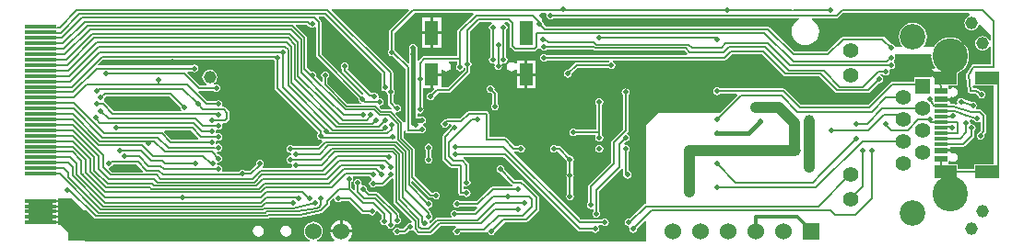
<source format=gbl>
G04*
G04 #@! TF.GenerationSoftware,Altium Limited,Altium Designer,18.1.7 (191)*
G04*
G04 Layer_Physical_Order=2*
G04 Layer_Color=16711680*
%FSLAX44Y44*%
%MOMM*%
G71*
G01*
G75*
%ADD10C,0.2000*%
%ADD12C,0.1500*%
%ADD20R,1.1500X0.6000*%
%ADD21R,1.1500X0.3000*%
%ADD93C,0.4000*%
%ADD94C,0.3000*%
%ADD113C,1.5240*%
%ADD114R,1.5240X1.5240*%
%ADD115R,2.0000X1.2000*%
%ADD116R,2.3000X1.2000*%
%ADD117C,1.3980*%
%ADD118C,2.3550*%
%ADD119C,3.2500*%
%ADD120R,1.3980X1.3980*%
%ADD121C,1.1520*%
%ADD122R,1.2000X2.0000*%
%ADD123R,1.2000X2.3000*%
%ADD124C,0.5080*%
%ADD125C,1.0000*%
%ADD126R,3.0000X0.3500*%
%ADD127C,1.0000*%
%ADD128R,1.5000X3.1000*%
%ADD129R,2.3000X2.1000*%
%ADD130R,16.8000X1.0000*%
G36*
X1038241Y496759D02*
X1037799Y495405D01*
X1036591Y494905D01*
X1035179Y493821D01*
X1034095Y492409D01*
X1033414Y490765D01*
X1033182Y489000D01*
X1033414Y487235D01*
X1034095Y485591D01*
X1035179Y484179D01*
X1036591Y483095D01*
X1038235Y482414D01*
X1040000Y482182D01*
X1041765Y482414D01*
X1043409Y483095D01*
X1044821Y484179D01*
X1045905Y485591D01*
X1046405Y486799D01*
X1047759Y487241D01*
X1057451Y477549D01*
Y472995D01*
X1056181Y472742D01*
X1055905Y473409D01*
X1054821Y474821D01*
X1053409Y475905D01*
X1051765Y476586D01*
X1050000Y476818D01*
X1048235Y476586D01*
X1046591Y475905D01*
X1045179Y474821D01*
X1044095Y473409D01*
X1043414Y471765D01*
X1043182Y470000D01*
X1043414Y468235D01*
X1044095Y466591D01*
X1045179Y465179D01*
X1046591Y464095D01*
X1048235Y463414D01*
X1050000Y463182D01*
X1051765Y463414D01*
X1053409Y464095D01*
X1054821Y465179D01*
X1055905Y466591D01*
X1056181Y467258D01*
X1057451Y467005D01*
Y450549D01*
X1041555D01*
X1041259Y450490D01*
X1040957Y450478D01*
X1040776Y450394D01*
X1040580Y450355D01*
X1040329Y450187D01*
X1040055Y450060D01*
X1039919Y449913D01*
X1039753Y449802D01*
X1039585Y449551D01*
X1039381Y449329D01*
X1034646Y441582D01*
X1034516Y441227D01*
X1034352Y440885D01*
X1034345Y440763D01*
X1034303Y440648D01*
X1034318Y440270D01*
X1034298Y439892D01*
X1036259Y426161D01*
X1036324Y425978D01*
X1036342Y425785D01*
X1036487Y425514D01*
X1036589Y425223D01*
X1036719Y425079D01*
X1036810Y424908D01*
X1037048Y424712D01*
X1037253Y424483D01*
X1037428Y424399D01*
X1037578Y424276D01*
X1037872Y424186D01*
X1038150Y424053D01*
X1038344Y424042D01*
X1038529Y423985D01*
X1043178Y423521D01*
X1045573Y422084D01*
X1045665Y421619D01*
X1046448Y420448D01*
X1047619Y419665D01*
X1049000Y419391D01*
X1050381Y419665D01*
X1051552Y420448D01*
X1052335Y421619D01*
X1052609Y423000D01*
X1052335Y424381D01*
X1051552Y425552D01*
X1050381Y426335D01*
X1049000Y426609D01*
X1048203Y426451D01*
X1045311Y428186D01*
X1045253Y428207D01*
X1045205Y428246D01*
X1044787Y428374D01*
X1044375Y428521D01*
X1044313Y428518D01*
X1044254Y428536D01*
X1041023Y428859D01*
X1040835Y430177D01*
X1041626Y431171D01*
X1041972Y431200D01*
X1060000D01*
Y358800D01*
X1041930D01*
Y354465D01*
X1027732Y354348D01*
X1026830Y355242D01*
Y358800D01*
X1018949D01*
X1018780Y360000D01*
X1018780D01*
Y361380D01*
X1019504Y361728D01*
X1020050Y361860D01*
X1021342Y360997D01*
X1023000Y360667D01*
X1024658Y360997D01*
X1026064Y361936D01*
X1027003Y363342D01*
X1027333Y365000D01*
X1027003Y366658D01*
X1026064Y368064D01*
X1024658Y369003D01*
X1023000Y369333D01*
X1021560Y369047D01*
X1020290Y369712D01*
Y370230D01*
X1012000D01*
Y372770D01*
X1020290D01*
Y374951D01*
X1032500D01*
X1033475Y375145D01*
X1034302Y375698D01*
X1041802Y383198D01*
X1042355Y384025D01*
X1042549Y385000D01*
Y389446D01*
X1042552Y389448D01*
X1043335Y390619D01*
X1043609Y392000D01*
X1043335Y393381D01*
X1042552Y394552D01*
X1041381Y395335D01*
X1040000Y395609D01*
X1039612Y395532D01*
X1038532Y396612D01*
X1038609Y397000D01*
X1038335Y398381D01*
X1038255Y398500D01*
X1039039Y399613D01*
X1042197Y398823D01*
X1042448Y398448D01*
X1043619Y397665D01*
X1045000Y397391D01*
X1046381Y397665D01*
X1047181Y398200D01*
X1048362Y397717D01*
X1048451Y397637D01*
Y390056D01*
X1046757Y388362D01*
X1046619Y388335D01*
X1045448Y387552D01*
X1044665Y386381D01*
X1044391Y385000D01*
X1044665Y383619D01*
X1045448Y382448D01*
X1046619Y381665D01*
X1048000Y381391D01*
X1049381Y381665D01*
X1050552Y382448D01*
X1051335Y383619D01*
X1051609Y385000D01*
X1051443Y385838D01*
X1052802Y387198D01*
X1053355Y388024D01*
X1053549Y389000D01*
Y403000D01*
X1053355Y403975D01*
X1052802Y404802D01*
X1048802Y408802D01*
X1047975Y409355D01*
X1047000Y409549D01*
X1044363D01*
X1044283Y409638D01*
X1043800Y410819D01*
X1044335Y411619D01*
X1044609Y413000D01*
X1044335Y414381D01*
X1043552Y415552D01*
X1042381Y416335D01*
X1041000Y416609D01*
X1039619Y416335D01*
X1039432Y416210D01*
X1032595Y418489D01*
X1032552Y418552D01*
X1031381Y419334D01*
X1030000Y419609D01*
X1028619Y419334D01*
X1027448Y418552D01*
X1026665Y417381D01*
X1026391Y416000D01*
X1026609Y414905D01*
X1026043Y414165D01*
X1025639Y413870D01*
X1023732Y414441D01*
X1023420Y414471D01*
X1023116Y414546D01*
X1020320Y414674D01*
Y417230D01*
X1012030D01*
Y419770D01*
X1020320D01*
Y420268D01*
X1021590Y420947D01*
X1023000Y420667D01*
X1024658Y420997D01*
X1026064Y421936D01*
X1027003Y423342D01*
X1027333Y425000D01*
X1027003Y426658D01*
X1026064Y428064D01*
X1024658Y429003D01*
X1023000Y429333D01*
X1021342Y429003D01*
X1020050Y428140D01*
X1019504Y428272D01*
X1018780Y428620D01*
Y430000D01*
X1018780D01*
X1018949Y431200D01*
X1026830D01*
Y442285D01*
X1026833Y442286D01*
X1029830Y443888D01*
X1032457Y446043D01*
X1034612Y448670D01*
X1036214Y451667D01*
X1037200Y454918D01*
X1037533Y458300D01*
X1037200Y461682D01*
X1036214Y464933D01*
X1034612Y467930D01*
X1032457Y470557D01*
X1029830Y472712D01*
X1026833Y474314D01*
X1023582Y475300D01*
X1020200Y475633D01*
X1016818Y475300D01*
X1013567Y474314D01*
X1010570Y472712D01*
X1007943Y470557D01*
X1005788Y467930D01*
X1005023Y466500D01*
X996237D01*
X995611Y467770D01*
X997059Y469657D01*
X998346Y472765D01*
X998785Y476100D01*
X998346Y479435D01*
X997059Y482543D01*
X995011Y485211D01*
X992343Y487259D01*
X989235Y488546D01*
X985900Y488985D01*
X982565Y488546D01*
X979457Y487259D01*
X976789Y485211D01*
X974741Y482543D01*
X973454Y479435D01*
X973015Y476100D01*
X973454Y472765D01*
X974741Y469657D01*
X976189Y467770D01*
X975563Y466500D01*
X969510D01*
X969335Y467381D01*
X968552Y468552D01*
X967381Y469335D01*
X966000Y469609D01*
X965996Y469609D01*
X959802Y475802D01*
X958976Y476355D01*
X958000Y476549D01*
X957025Y476355D01*
X956933Y476294D01*
X922000D01*
X922000Y476294D01*
X921122Y476119D01*
X920378Y475622D01*
X907050Y462294D01*
X876950D01*
X854622Y484622D01*
X853878Y485119D01*
X853000Y485294D01*
X649311D01*
X646609Y487996D01*
X646609Y488000D01*
X646335Y489381D01*
X645552Y490552D01*
X645000Y490921D01*
Y498000D01*
X648668D01*
X649536Y496730D01*
X649391Y496000D01*
X649665Y494619D01*
X650448Y493448D01*
X651619Y492665D01*
X653000Y492391D01*
X654381Y492665D01*
X655552Y493448D01*
X655554Y493451D01*
X881077D01*
X881329Y492181D01*
X880696Y491919D01*
X878085Y489915D01*
X876081Y487304D01*
X874822Y484263D01*
X874392Y481000D01*
X874822Y477737D01*
X876081Y474696D01*
X878085Y472085D01*
X880696Y470081D01*
X883737Y468822D01*
X887000Y468392D01*
X890263Y468822D01*
X893304Y470081D01*
X895915Y472085D01*
X897919Y474696D01*
X899178Y477737D01*
X899608Y481000D01*
X899178Y484263D01*
X897919Y487304D01*
X895915Y489915D01*
X893304Y491919D01*
X892671Y492181D01*
X892923Y493451D01*
X916000D01*
X916975Y493645D01*
X917802Y494198D01*
X921605Y498000D01*
X1037000D01*
X1038241Y496759D01*
D02*
G37*
G36*
X582576Y497181D02*
X568198Y482802D01*
X567645Y481976D01*
X567451Y481000D01*
Y458549D01*
X537000D01*
X536025Y458355D01*
X535198Y457802D01*
X531839Y454443D01*
X530569Y454969D01*
Y459795D01*
X530609Y460000D01*
X530569Y460205D01*
Y465795D01*
X530609Y466000D01*
X530335Y467381D01*
X529552Y468552D01*
X528381Y469335D01*
X527000Y469609D01*
X525619Y469335D01*
X524448Y468552D01*
X523665Y467381D01*
X523391Y466000D01*
X523431Y465795D01*
Y460205D01*
X523391Y460000D01*
X523431Y459795D01*
Y451833D01*
X522258Y451347D01*
X510362Y463243D01*
X510335Y463381D01*
X509552Y464552D01*
X509549Y464554D01*
Y479944D01*
X528056Y498451D01*
X582050D01*
X582576Y497181D01*
D02*
G37*
G36*
X615706Y488050D02*
Y468000D01*
X615881Y467122D01*
X616378Y466378D01*
X619378Y463378D01*
X620122Y462881D01*
X621000Y462706D01*
X638000D01*
X638878Y462881D01*
X639622Y463378D01*
X641622Y465378D01*
X641784Y465620D01*
X643216D01*
X643378Y465378D01*
X644122Y464881D01*
X644164Y464872D01*
X644448Y464448D01*
X645619Y463665D01*
X647000Y463391D01*
X648381Y463665D01*
X649552Y464448D01*
X649725Y464706D01*
X692050D01*
X692378Y464378D01*
X692378Y464378D01*
X693122Y463881D01*
X694000Y463706D01*
X694000Y463706D01*
X776050D01*
X778937Y460819D01*
X778411Y459549D01*
X649554D01*
X649552Y459552D01*
X648381Y460335D01*
X647000Y460609D01*
X645619Y460335D01*
X644448Y459552D01*
X643665Y458381D01*
X643391Y457000D01*
X643665Y455619D01*
X644448Y454448D01*
X645619Y453665D01*
X647000Y453391D01*
X648381Y453665D01*
X649552Y454448D01*
X649554Y454451D01*
X706773D01*
X707100Y453181D01*
X706399Y452549D01*
X677000D01*
X676025Y452355D01*
X675198Y451802D01*
X669004Y445609D01*
X669000Y445609D01*
X667619Y445335D01*
X666448Y444552D01*
X665665Y443381D01*
X665391Y442000D01*
X665665Y440619D01*
X666448Y439448D01*
X667619Y438665D01*
X669000Y438391D01*
X670381Y438665D01*
X671552Y439448D01*
X672335Y440619D01*
X672609Y442000D01*
X672609Y442004D01*
X678056Y447451D01*
X706446D01*
X706448Y447448D01*
X707619Y446665D01*
X709000Y446391D01*
X710381Y446665D01*
X711552Y447448D01*
X712335Y448619D01*
X712609Y450000D01*
X712335Y451381D01*
X711552Y452552D01*
X710611Y453181D01*
X710762Y454299D01*
X710822Y454451D01*
X813000D01*
X813976Y454645D01*
X814802Y455198D01*
X819605Y460000D01*
X847395D01*
X867198Y440198D01*
X868025Y439645D01*
X869000Y439451D01*
X899944D01*
X914198Y425198D01*
X915024Y424645D01*
X916000Y424451D01*
X945000D01*
X945975Y424645D01*
X946802Y425198D01*
X954996Y433391D01*
X955000Y433391D01*
X956381Y433665D01*
X957552Y434448D01*
X958335Y435619D01*
X958609Y437000D01*
X958335Y438381D01*
X957552Y439552D01*
X956381Y440335D01*
X955872Y440436D01*
X955997Y441706D01*
X958275D01*
X958448Y441448D01*
X959619Y440665D01*
X961000Y440391D01*
X962381Y440665D01*
X963552Y441448D01*
X964335Y442619D01*
X964609Y444000D01*
X964335Y445381D01*
X964259Y445495D01*
X965063Y446577D01*
X966000Y446391D01*
X967381Y446665D01*
X968552Y447448D01*
X969335Y448619D01*
X969609Y450000D01*
X969335Y451381D01*
X968552Y452552D01*
X968277Y452736D01*
Y454264D01*
X968552Y454448D01*
X969335Y455619D01*
X969609Y457000D01*
X969335Y458381D01*
X969102Y458730D01*
X969780Y460000D01*
X1002088D01*
X1002941Y459059D01*
X1002867Y458300D01*
X1003200Y454918D01*
X1004186Y451667D01*
X1005788Y448670D01*
X1006347Y447988D01*
X1005804Y446840D01*
X1003290D01*
Y439653D01*
X1002790Y438590D01*
X986810D01*
Y434549D01*
X967000D01*
X966024Y434355D01*
X965198Y433802D01*
X944944Y413549D01*
X883056D01*
X868802Y427802D01*
X867975Y428355D01*
X867000Y428549D01*
X808554D01*
X808552Y428552D01*
X807381Y429334D01*
X806000Y429609D01*
X804619Y429334D01*
X803448Y428552D01*
X802665Y427381D01*
X802391Y426000D01*
X802665Y424619D01*
X803448Y423448D01*
X804619Y422665D01*
X806000Y422391D01*
X807381Y422665D01*
X808552Y423448D01*
X808554Y423451D01*
X824187D01*
X824673Y422278D01*
X808395Y406000D01*
X752000D01*
X741000Y395000D01*
Y322549D01*
X740024Y322355D01*
X739198Y321802D01*
X725838Y308443D01*
X725000Y308609D01*
X723619Y308335D01*
X722448Y307552D01*
X721665Y306381D01*
X721391Y305000D01*
X721665Y303619D01*
X722448Y302448D01*
X723619Y301665D01*
X724549Y301480D01*
X725059Y301245D01*
X725490Y300193D01*
X725451Y300000D01*
X725520Y299652D01*
X725391Y299000D01*
X725665Y297619D01*
X726448Y296448D01*
X727619Y295665D01*
X729000Y295391D01*
X730381Y295665D01*
X731552Y296448D01*
X732335Y297619D01*
X732609Y299000D01*
X732609Y299004D01*
X739827Y306222D01*
X741000Y305736D01*
Y287750D01*
X467521Y287750D01*
X467090Y289020D01*
X468046Y289754D01*
X469675Y291876D01*
X470699Y294348D01*
X470881Y295730D01*
X450719D01*
X450901Y294348D01*
X451925Y291876D01*
X453554Y289754D01*
X454510Y289020D01*
X454079Y287750D01*
X438912D01*
X438660Y289020D01*
X439747Y289470D01*
X441548Y290852D01*
X442929Y292653D01*
X443798Y294750D01*
X444094Y297000D01*
X443798Y299250D01*
X442929Y301347D01*
X441548Y303148D01*
X439747Y304529D01*
X437650Y305398D01*
X435400Y305694D01*
X433150Y305398D01*
X431053Y304529D01*
X429252Y303148D01*
X427870Y301347D01*
X427002Y299250D01*
X426706Y297000D01*
X427002Y294750D01*
X427870Y292653D01*
X429252Y290852D01*
X431053Y289470D01*
X432140Y289020D01*
X431888Y287750D01*
X225000D01*
Y295000D01*
X211000Y295000D01*
X203000Y303000D01*
X201000D01*
Y327000D01*
X213000D01*
X225000Y315000D01*
Y316096D01*
X226173Y316582D01*
X233378Y309378D01*
X234122Y308881D01*
X235000Y308706D01*
X393000D01*
X393878Y308881D01*
X394622Y309378D01*
X394950Y309706D01*
X423000D01*
X423234Y309753D01*
X423473Y309755D01*
X442473Y313755D01*
X442669Y313839D01*
X442878Y313881D01*
X443076Y314013D01*
X443296Y314107D01*
X443445Y314259D01*
X443622Y314378D01*
X449622Y320378D01*
X449622Y320378D01*
X450119Y321122D01*
X450294Y322000D01*
X450294Y322000D01*
Y324050D01*
X453182Y326938D01*
X454498Y326458D01*
X454665Y325619D01*
X455448Y324448D01*
X456619Y323665D01*
X458000Y323391D01*
X459381Y323665D01*
X460552Y324448D01*
X460554Y324451D01*
X467944D01*
X479198Y313198D01*
X480025Y312645D01*
X481000Y312451D01*
X486446D01*
X486448Y312448D01*
X487619Y311665D01*
X489000Y311391D01*
X490381Y311665D01*
X491552Y312448D01*
X492335Y313619D01*
X492609Y315000D01*
X492522Y315437D01*
X493693Y316063D01*
X497706Y312050D01*
Y308725D01*
X497448Y308552D01*
X496665Y307381D01*
X496391Y306000D01*
X496665Y304619D01*
X497448Y303448D01*
X498619Y302665D01*
X500000Y302391D01*
X501381Y302665D01*
X502599Y301952D01*
X502665Y301619D01*
X503448Y300448D01*
X504619Y299665D01*
X506000Y299391D01*
X507381Y299665D01*
X508552Y300448D01*
X509335Y301619D01*
X509576Y302834D01*
X510155Y303296D01*
X510778Y303634D01*
X512000Y303391D01*
X513381Y303665D01*
X514552Y304448D01*
X515335Y305619D01*
X515609Y307000D01*
X515335Y308381D01*
X514552Y309552D01*
X514294Y309725D01*
Y312000D01*
X514294Y312000D01*
X514119Y312878D01*
X513622Y313622D01*
X513622Y313622D01*
X494622Y332622D01*
X493878Y333119D01*
X493000Y333294D01*
X486950D01*
X484549Y335695D01*
X484609Y336000D01*
X484335Y337381D01*
X483552Y338552D01*
X482381Y339335D01*
X481000Y339609D01*
X480063Y339423D01*
X479259Y340505D01*
X479335Y340619D01*
X479609Y342000D01*
X479335Y343381D01*
X478552Y344552D01*
X477381Y345335D01*
X476000Y345609D01*
X474619Y345335D01*
X473448Y344552D01*
X472665Y343381D01*
X472391Y342000D01*
X472665Y340619D01*
X473448Y339448D01*
X473706Y339275D01*
Y335198D01*
X472533Y334712D01*
X470294Y336950D01*
Y342275D01*
X470552Y342448D01*
X471335Y343619D01*
X471609Y345000D01*
X471335Y346381D01*
X471298Y346436D01*
X471977Y347706D01*
X486648D01*
X486665Y347619D01*
X487448Y346448D01*
X488619Y345665D01*
X488709Y345647D01*
Y344352D01*
X488619Y344335D01*
X487448Y343552D01*
X486665Y342381D01*
X486391Y341000D01*
X486665Y339619D01*
X487448Y338448D01*
X488619Y337665D01*
X490000Y337391D01*
X491381Y337665D01*
X492552Y338448D01*
X492554Y338451D01*
X499000D01*
X499976Y338645D01*
X500802Y339198D01*
X507243Y345638D01*
X507381Y345665D01*
X507436Y345702D01*
X508706Y345023D01*
Y324000D01*
X508881Y323122D01*
X509378Y322378D01*
X525815Y305941D01*
X525750Y305500D01*
X524332Y304543D01*
X524000Y304609D01*
X522619Y304335D01*
X521448Y303552D01*
X520665Y302381D01*
X520638Y302243D01*
X517944Y299549D01*
X514554D01*
X514552Y299552D01*
X513381Y300335D01*
X512000Y300609D01*
X510619Y300335D01*
X509448Y299552D01*
X508665Y298381D01*
X508391Y297000D01*
X508665Y295619D01*
X509448Y294448D01*
X510619Y293665D01*
X512000Y293391D01*
X513381Y293665D01*
X514552Y294448D01*
X514554Y294451D01*
X519000D01*
X519976Y294645D01*
X520802Y295198D01*
X523162Y297557D01*
X524000Y297391D01*
X525381Y297665D01*
X525653Y297847D01*
X526820Y298108D01*
X527281Y297523D01*
X527378Y297378D01*
X530378Y294378D01*
X531122Y293881D01*
X532000Y293706D01*
X532000Y293706D01*
X543000D01*
X543878Y293881D01*
X544622Y294378D01*
X551950Y301706D01*
X566003D01*
X566128Y300436D01*
X565619Y300335D01*
X564448Y299552D01*
X563665Y298381D01*
X563391Y297000D01*
X563665Y295619D01*
X564448Y294448D01*
X565619Y293665D01*
X567000Y293391D01*
X568381Y293665D01*
X569552Y294448D01*
X570223Y295451D01*
X592000D01*
X592976Y295645D01*
X593802Y296198D01*
X594180Y296575D01*
X595558Y296157D01*
X595665Y295619D01*
X596448Y294448D01*
X597619Y293665D01*
X599000Y293391D01*
X600381Y293665D01*
X601552Y294448D01*
X602335Y295619D01*
X602609Y297000D01*
X602609Y297004D01*
X611056Y305451D01*
X631000D01*
X631976Y305645D01*
X632802Y306198D01*
X641802Y315198D01*
X642355Y316024D01*
X642549Y317000D01*
Y328000D01*
X642355Y328975D01*
X641802Y329802D01*
X630802Y340802D01*
X630802Y340802D01*
X630802Y340802D01*
X627802Y343802D01*
X626976Y344355D01*
X626000Y344549D01*
X620056D01*
X610609Y353996D01*
X610609Y354000D01*
X610335Y355381D01*
X609552Y356552D01*
X608381Y357335D01*
X607000Y357609D01*
X605619Y357335D01*
X604448Y356552D01*
X603665Y355381D01*
X603391Y354000D01*
X603665Y352619D01*
X604448Y351448D01*
X605619Y350665D01*
X607000Y350391D01*
X607004Y350391D01*
X617198Y340198D01*
X618024Y339645D01*
X618432Y339564D01*
X618307Y338294D01*
X600000D01*
X599122Y338119D01*
X598378Y337622D01*
X585050Y324294D01*
X569725D01*
X569552Y324552D01*
X568381Y325335D01*
X567000Y325609D01*
X565619Y325335D01*
X564448Y324552D01*
X563665Y323381D01*
X563391Y322000D01*
X563665Y320619D01*
X564448Y319448D01*
X565619Y318665D01*
X567000Y318391D01*
X568381Y318665D01*
X569552Y319448D01*
X569725Y319706D01*
X585305D01*
X585831Y318436D01*
X582944Y315549D01*
X567554D01*
X567552Y315552D01*
X566381Y316335D01*
X565000Y316609D01*
X563619Y316335D01*
X562448Y315552D01*
X561665Y314381D01*
X561391Y313000D01*
X561665Y311619D01*
X562370Y310564D01*
X562236Y310012D01*
X561889Y309294D01*
X549000D01*
X549000Y309294D01*
X548122Y309119D01*
X547378Y308622D01*
X543130Y304375D01*
X541834Y304754D01*
X541603Y305491D01*
X542285Y306646D01*
X542381Y306665D01*
X543552Y307448D01*
X544335Y308619D01*
X544609Y310000D01*
X544335Y311381D01*
X543552Y312552D01*
X543294Y312725D01*
Y314000D01*
X543119Y314878D01*
X542622Y315622D01*
X541062Y317182D01*
X541542Y318498D01*
X542381Y318665D01*
X543552Y319448D01*
X544335Y320619D01*
X544609Y322000D01*
X544335Y323381D01*
X543552Y324552D01*
X542381Y325335D01*
X541000Y325609D01*
X540695Y325549D01*
X525294Y340950D01*
Y342802D01*
X526467Y343288D01*
X541378Y328378D01*
X542122Y327881D01*
X543000Y327706D01*
X545275D01*
X545448Y327448D01*
X546619Y326665D01*
X548000Y326391D01*
X549381Y326665D01*
X550552Y327448D01*
X551335Y328619D01*
X551609Y330000D01*
X551335Y331381D01*
X550552Y332552D01*
X549381Y333335D01*
X548000Y333609D01*
X546619Y333335D01*
X545448Y332552D01*
X545275Y332294D01*
X543950D01*
X528294Y347950D01*
Y372000D01*
X528119Y372878D01*
X527622Y373622D01*
X518294Y382950D01*
Y389307D01*
X519564Y389432D01*
X519645Y389025D01*
X520198Y388198D01*
X521025Y387645D01*
X522000Y387451D01*
X534000D01*
X534348Y387520D01*
X535000Y387391D01*
X536381Y387665D01*
X537552Y388448D01*
X538335Y389619D01*
X538609Y391000D01*
X538335Y392381D01*
X537552Y393552D01*
X536381Y394335D01*
X536291Y394353D01*
Y395647D01*
X536381Y395665D01*
X537552Y396448D01*
X538335Y397619D01*
X538609Y399000D01*
X538335Y400381D01*
X537552Y401552D01*
X536381Y402335D01*
X535000Y402609D01*
X533898Y402390D01*
X533000Y402569D01*
X530569D01*
Y404956D01*
X531839Y405622D01*
X533000Y405391D01*
X534381Y405665D01*
X535552Y406448D01*
X536335Y407619D01*
X536609Y409000D01*
X536335Y410381D01*
X535552Y411552D01*
X535549Y411554D01*
Y428860D01*
X542730D01*
Y441400D01*
X544000D01*
Y442670D01*
X552540D01*
Y445758D01*
X553810Y446143D01*
X554236Y445506D01*
X555642Y444566D01*
X557300Y444237D01*
X558958Y444566D01*
X560364Y445506D01*
X561303Y446912D01*
X561633Y448570D01*
X561303Y450228D01*
X560364Y451634D01*
X559546Y452181D01*
X559931Y453451D01*
X567451D01*
Y450554D01*
X567448Y450552D01*
X566665Y449381D01*
X566391Y448000D01*
X566665Y446619D01*
X567448Y445448D01*
X568619Y444665D01*
X570000Y444391D01*
X571381Y444665D01*
X572552Y445448D01*
X573335Y446619D01*
X573436Y447128D01*
X574706Y447003D01*
Y444950D01*
X559050Y429294D01*
X552540D01*
Y440130D01*
X545270D01*
Y428860D01*
X545820D01*
X546346Y427590D01*
X543304Y424549D01*
X543000Y424609D01*
X541619Y424335D01*
X540448Y423552D01*
X539665Y422381D01*
X539391Y421000D01*
X539665Y419619D01*
X540448Y418448D01*
X541619Y417665D01*
X543000Y417391D01*
X544381Y417665D01*
X545552Y418448D01*
X546335Y419619D01*
X546609Y421000D01*
X546549Y421305D01*
X549950Y424706D01*
X560000D01*
X560878Y424881D01*
X561622Y425378D01*
X578622Y442378D01*
X578622Y442378D01*
X579119Y443122D01*
X579294Y444000D01*
Y448275D01*
X579552Y448448D01*
X580335Y449619D01*
X580609Y451000D01*
X580335Y452381D01*
X579552Y453552D01*
X579294Y453725D01*
Y481050D01*
X587950Y489706D01*
X599003D01*
X599128Y488436D01*
X598619Y488335D01*
X597448Y487552D01*
X596665Y486381D01*
X596391Y485000D01*
X596665Y483619D01*
X597448Y482448D01*
X597451Y482446D01*
Y457554D01*
X597448Y457552D01*
X596665Y456381D01*
X596391Y455000D01*
X596665Y453619D01*
X597448Y452448D01*
X598619Y451665D01*
X600000Y451391D01*
X600937Y451577D01*
X601741Y450495D01*
X601665Y450381D01*
X601391Y449000D01*
X601665Y447619D01*
X602448Y446448D01*
X603619Y445665D01*
X605000Y445391D01*
X606381Y445665D01*
X607552Y446448D01*
X608335Y447619D01*
X608609Y449000D01*
X608335Y450381D01*
X608259Y450495D01*
X609063Y451577D01*
X610000Y451391D01*
X611381Y451665D01*
X612552Y452448D01*
X613335Y453619D01*
X613609Y455000D01*
X613335Y456381D01*
X612552Y457552D01*
X612549Y457554D01*
Y482446D01*
X612552Y482448D01*
X613335Y483619D01*
X613609Y485000D01*
X613335Y486381D01*
X612552Y487552D01*
X611381Y488335D01*
X610872Y488436D01*
X610997Y489706D01*
X614050D01*
X615706Y488050D01*
D02*
G37*
G36*
X399448Y454448D02*
X399451Y454446D01*
Y429000D01*
X399645Y428024D01*
X400198Y427198D01*
X438778Y388617D01*
X439448Y387552D01*
X438665Y386381D01*
X438391Y385000D01*
X438665Y383619D01*
X439448Y382448D01*
X440619Y381665D01*
X442000Y381391D01*
X442304Y381451D01*
X442378Y381378D01*
X442953Y380993D01*
X443200Y380317D01*
X443305Y379549D01*
X439050Y375294D01*
X416725D01*
X416552Y375552D01*
X415381Y376335D01*
X414000Y376609D01*
X412619Y376335D01*
X411448Y375552D01*
X410665Y374381D01*
X410391Y373000D01*
X410665Y371619D01*
X411448Y370448D01*
X412619Y369665D01*
X414000Y369391D01*
X414129Y369416D01*
X415118Y368545D01*
Y367455D01*
X414129Y366584D01*
X414000Y366609D01*
X412619Y366335D01*
X411448Y365552D01*
X410665Y364381D01*
X410391Y363000D01*
X410665Y361619D01*
X411448Y360448D01*
X412619Y359665D01*
X414000Y359391D01*
X414388Y359468D01*
X415468Y358388D01*
X415391Y358000D01*
X415665Y356619D01*
X415702Y356564D01*
X415023Y355294D01*
X389111D01*
X388764Y356012D01*
X388630Y356564D01*
X389335Y357619D01*
X389609Y359000D01*
X389335Y360381D01*
X388552Y361552D01*
X387381Y362335D01*
X386000Y362609D01*
X384619Y362335D01*
X383448Y361552D01*
X382665Y360381D01*
X382391Y359000D01*
X382557Y358162D01*
X376944Y352549D01*
X372554D01*
X372552Y352552D01*
X371381Y353335D01*
X370000Y353609D01*
X368619Y353335D01*
X367448Y352552D01*
X366777Y351549D01*
X351970D01*
X351374Y352819D01*
X351609Y354000D01*
X351335Y355381D01*
X350552Y356552D01*
X349381Y357335D01*
X348000Y357609D01*
X347612Y357532D01*
X346532Y358612D01*
X346609Y359000D01*
X346532Y359388D01*
X347612Y360468D01*
X348000Y360391D01*
X349381Y360665D01*
X350552Y361448D01*
X351335Y362619D01*
X351609Y364000D01*
X351335Y365381D01*
X350552Y366552D01*
X349381Y367335D01*
X348000Y367609D01*
X347996Y367609D01*
X346479Y369125D01*
X346519Y369390D01*
X347950Y370401D01*
X348000Y370391D01*
X349381Y370665D01*
X350552Y371448D01*
X351335Y372619D01*
X351609Y374000D01*
X351335Y375381D01*
X350552Y376552D01*
X349381Y377335D01*
X348000Y377609D01*
X346619Y377335D01*
X346505Y377259D01*
X345423Y378063D01*
X345609Y379000D01*
X345423Y379937D01*
X346505Y380741D01*
X346619Y380665D01*
X348000Y380391D01*
X349381Y380665D01*
X350552Y381448D01*
X351335Y382619D01*
X351609Y384000D01*
X351335Y385381D01*
X350552Y386552D01*
X349381Y387335D01*
X348000Y387609D01*
X346619Y387335D01*
X346505Y387259D01*
X345423Y388063D01*
X345609Y389000D01*
X345423Y389937D01*
X346505Y390741D01*
X346619Y390665D01*
X348000Y390391D01*
X349381Y390665D01*
X350552Y391448D01*
X351335Y392619D01*
X351609Y394000D01*
X351374Y395181D01*
X351971Y396451D01*
X354000D01*
X354976Y396645D01*
X355802Y397198D01*
X357802Y399198D01*
X358355Y400024D01*
X358549Y401000D01*
Y406000D01*
X358355Y406976D01*
X357802Y407802D01*
X354802Y410802D01*
X353975Y411355D01*
X353000Y411549D01*
X351970D01*
X351374Y412819D01*
X351609Y414000D01*
X351335Y415381D01*
X350552Y416552D01*
X349381Y417335D01*
X348000Y417609D01*
X346619Y417335D01*
X345448Y416552D01*
X345446Y416549D01*
X338056D01*
X329312Y425293D01*
X329937Y426464D01*
X330000Y426451D01*
X343446D01*
X343448Y426448D01*
X344619Y425665D01*
X346000Y425391D01*
X347381Y425665D01*
X348552Y426448D01*
X349335Y427619D01*
X349609Y429000D01*
X349335Y430381D01*
X348552Y431552D01*
X347381Y432335D01*
X346000Y432609D01*
X344619Y432335D01*
X344191Y432048D01*
X344130Y432074D01*
X343961Y433518D01*
X344821Y434179D01*
X345905Y435591D01*
X346586Y437235D01*
X346818Y439000D01*
X346586Y440765D01*
X345905Y442409D01*
X344821Y443821D01*
X343409Y444905D01*
X341765Y445586D01*
X340000Y445818D01*
X338235Y445586D01*
X336591Y444905D01*
X335179Y443821D01*
X334095Y442409D01*
X333414Y440765D01*
X333182Y439000D01*
X333414Y437235D01*
X334095Y435591D01*
X335179Y434179D01*
X336591Y433095D01*
X337258Y432819D01*
X337005Y431549D01*
X331056D01*
X319424Y443181D01*
X319950Y444451D01*
X323446D01*
X323448Y444448D01*
X324619Y443665D01*
X326000Y443391D01*
X327381Y443665D01*
X328552Y444448D01*
X329335Y445619D01*
X329609Y447000D01*
X329335Y448381D01*
X328552Y449552D01*
X327381Y450335D01*
X326000Y450609D01*
X324619Y450335D01*
X323448Y449552D01*
X323446Y449549D01*
X237813D01*
X237327Y450722D01*
X242056Y455451D01*
X398778D01*
X399448Y454448D01*
D02*
G37*
G36*
X430198Y486198D02*
X431025Y485645D01*
X431361Y485578D01*
X431448Y485448D01*
X432619Y484665D01*
X434000Y484391D01*
X435381Y484665D01*
X436181Y485200D01*
X437362Y484717D01*
X437451Y484637D01*
Y459000D01*
X437645Y458024D01*
X438198Y457198D01*
X476391Y419004D01*
X476391Y419000D01*
X476665Y417619D01*
X477448Y416448D01*
X478619Y415665D01*
X479128Y415564D01*
X479003Y414294D01*
X466950D01*
X448294Y432950D01*
Y438275D01*
X448552Y438448D01*
X449335Y439619D01*
X449609Y441000D01*
X449335Y442381D01*
X448552Y443552D01*
X447381Y444335D01*
X446000Y444609D01*
X444619Y444335D01*
X443448Y443552D01*
X442665Y442381D01*
X442391Y441000D01*
X442665Y439619D01*
X443448Y438448D01*
X443706Y438275D01*
Y435198D01*
X442533Y434712D01*
X437383Y439861D01*
X437609Y441000D01*
X437335Y442381D01*
X436552Y443552D01*
X435381Y444335D01*
X434000Y444609D01*
X432861Y444383D01*
X429294Y447950D01*
Y475000D01*
X429119Y475878D01*
X428622Y476622D01*
X428622Y476622D01*
X418823Y486422D01*
X419309Y487595D01*
X428800D01*
X430198Y486198D01*
D02*
G37*
G36*
X497451Y441944D02*
Y430303D01*
X497391Y430000D01*
X497451Y429697D01*
Y429000D01*
X497645Y428025D01*
X498198Y427198D01*
X499025Y426645D01*
X500000Y426451D01*
X500348Y426520D01*
X501000Y426391D01*
X501388Y426468D01*
X502468Y425388D01*
X502391Y425000D01*
X502665Y423619D01*
X503448Y422448D01*
X503451Y422446D01*
Y415000D01*
X503645Y414025D01*
X504198Y413198D01*
X507006Y410389D01*
X506381Y409218D01*
X506000Y409294D01*
X497950D01*
X496062Y411182D01*
X496542Y412499D01*
X497381Y412665D01*
X498552Y413448D01*
X499335Y414619D01*
X499609Y416000D01*
X499335Y417381D01*
X498552Y418552D01*
X497381Y419335D01*
X496000Y419609D01*
X495736Y419557D01*
X495262Y420077D01*
X494886Y420683D01*
X495049Y421500D01*
X494855Y422475D01*
X494302Y423302D01*
X493802Y423802D01*
X492975Y424355D01*
X492000Y424549D01*
X491304D01*
X491000Y424609D01*
X490696Y424549D01*
X488056D01*
X467222Y445383D01*
X466552Y446448D01*
X467335Y447619D01*
X467609Y449000D01*
X467335Y450381D01*
X466552Y451552D01*
X465381Y452335D01*
X464000Y452609D01*
X462619Y452335D01*
X461448Y451552D01*
X460665Y450381D01*
X460391Y449000D01*
X460665Y447619D01*
X461448Y446448D01*
X461451Y446446D01*
Y445000D01*
X461645Y444025D01*
X462198Y443198D01*
X481521Y423875D01*
X481481Y423610D01*
X480050Y422599D01*
X480000Y422609D01*
X479996Y422609D01*
X442549Y460056D01*
Y490000D01*
X442355Y490975D01*
X441802Y491802D01*
X440135Y493470D01*
X440621Y494643D01*
X444752D01*
X497451Y441944D01*
D02*
G37*
G36*
X313391Y411004D02*
X313391Y411000D01*
X313665Y409619D01*
X314200Y408819D01*
X313717Y407638D01*
X313637Y407549D01*
X252056D01*
X243802Y415802D01*
X243089Y416279D01*
X242920Y416646D01*
X242721Y417701D01*
X243335Y418619D01*
X243609Y420000D01*
X243609Y420004D01*
X245056Y421451D01*
X302944D01*
X313391Y411004D01*
D02*
G37*
G36*
X522736Y502000D02*
X523222Y500827D01*
X505198Y482802D01*
X504645Y481976D01*
X504451Y481000D01*
Y464554D01*
X504448Y464552D01*
X503665Y463381D01*
X503391Y462000D01*
X503665Y460619D01*
X504448Y459448D01*
X505619Y458665D01*
X507000Y458391D01*
X507838Y458557D01*
X519451Y446944D01*
Y397693D01*
X518181Y397568D01*
X518119Y397878D01*
X517622Y398622D01*
X510937Y405307D01*
X511563Y406478D01*
X512000Y406391D01*
X513381Y406665D01*
X514552Y407448D01*
X515335Y408619D01*
X515609Y410000D01*
X515335Y411381D01*
X514552Y412552D01*
X513381Y413335D01*
X512000Y413609D01*
X511162Y413443D01*
X508549Y416056D01*
Y422446D01*
X508552Y422448D01*
X509335Y423619D01*
X509609Y425000D01*
X509335Y426381D01*
X508552Y427552D01*
X508549Y427554D01*
Y443000D01*
X508355Y443975D01*
X507802Y444802D01*
X451778Y500827D01*
X452264Y502000D01*
X522736Y502000D01*
D02*
G37*
G36*
X329576Y382819D02*
X329050Y381549D01*
X305056D01*
X298424Y388181D01*
X298950Y389451D01*
X322944D01*
X329576Y382819D01*
D02*
G37*
G36*
X278928Y352467D02*
X278442Y351294D01*
X249950D01*
X247062Y354182D01*
X247542Y355499D01*
X248381Y355665D01*
X249552Y356448D01*
X250335Y357619D01*
X250362Y357757D01*
X251056Y358451D01*
X272944D01*
X278928Y352467D01*
D02*
G37*
%LPC*%
G36*
X552540Y494040D02*
X545270D01*
Y481270D01*
X552540D01*
Y494040D01*
D02*
G37*
G36*
X542730D02*
X535460D01*
Y481270D01*
X542730D01*
Y494040D01*
D02*
G37*
G36*
X552540Y478730D02*
X545270D01*
Y465960D01*
X552540D01*
Y478730D01*
D02*
G37*
G36*
X542730D02*
X535460D01*
Y465960D01*
X542730D01*
Y478730D01*
D02*
G37*
G36*
X629230Y453940D02*
X621960D01*
Y451532D01*
X620690Y451146D01*
X620364Y451634D01*
X618958Y452573D01*
X617300Y452903D01*
X615642Y452573D01*
X614236Y451634D01*
X613297Y450228D01*
X612967Y448570D01*
X613297Y446912D01*
X614236Y445506D01*
X615642Y444566D01*
X617300Y444237D01*
X618958Y444566D01*
X620364Y445506D01*
X620690Y445994D01*
X621960Y445608D01*
Y442670D01*
X629230D01*
Y453940D01*
D02*
G37*
G36*
X639040D02*
X631770D01*
Y442670D01*
X639040D01*
Y453940D01*
D02*
G37*
G36*
Y440130D02*
X631770D01*
Y428860D01*
X639040D01*
Y440130D01*
D02*
G37*
G36*
X629230D02*
X621960D01*
Y428860D01*
X629230D01*
Y440130D01*
D02*
G37*
G36*
X598000Y431609D02*
X596619Y431335D01*
X595448Y430552D01*
X594665Y429381D01*
X594391Y428000D01*
X594665Y426619D01*
X594831Y426371D01*
X594881Y426122D01*
X595378Y425378D01*
X596122Y424881D01*
X596371Y424831D01*
X596619Y424665D01*
X598000Y424391D01*
X598304Y424451D01*
X599706Y423050D01*
Y414725D01*
X599448Y414552D01*
X598665Y413381D01*
X598391Y412000D01*
X598665Y410619D01*
X599448Y409448D01*
X600619Y408665D01*
X602000Y408391D01*
X603381Y408665D01*
X604552Y409448D01*
X605335Y410619D01*
X605609Y412000D01*
X605335Y413381D01*
X604552Y414552D01*
X604294Y414725D01*
Y424000D01*
X604119Y424878D01*
X603622Y425622D01*
X601549Y427696D01*
X601609Y428000D01*
X601335Y429381D01*
X600552Y430552D01*
X599381Y431335D01*
X598000Y431609D01*
D02*
G37*
G36*
X594000Y407549D02*
X578000D01*
X577025Y407355D01*
X576198Y406802D01*
X569944Y400549D01*
X558000D01*
X557024Y400355D01*
X556198Y399802D01*
X556004Y399609D01*
X556000Y399609D01*
X554619Y399335D01*
X553448Y398552D01*
X552665Y397381D01*
X552391Y396000D01*
X552665Y394619D01*
X553448Y393448D01*
X554619Y392665D01*
X556000Y392391D01*
X557381Y392665D01*
X558552Y393448D01*
X559335Y394619D01*
X559500Y395451D01*
X561637D01*
X561717Y395362D01*
X562200Y394181D01*
X561665Y393381D01*
X561638Y393243D01*
X554198Y385802D01*
X553645Y384976D01*
X553451Y384000D01*
Y364000D01*
X553645Y363024D01*
X554198Y362198D01*
X560198Y356198D01*
X561025Y355645D01*
X562000Y355451D01*
X568451D01*
Y332000D01*
X568645Y331025D01*
X569198Y330198D01*
X570025Y329645D01*
X571000Y329451D01*
X573446D01*
X573448Y329448D01*
X574619Y328665D01*
X576000Y328391D01*
X577381Y328665D01*
X578552Y329448D01*
X579335Y330619D01*
X579609Y332000D01*
X579335Y333381D01*
X578552Y334552D01*
X577381Y335335D01*
X576000Y335609D01*
X574819Y335374D01*
X573549Y335971D01*
Y338029D01*
X574819Y338626D01*
X576000Y338391D01*
X577381Y338665D01*
X578552Y339448D01*
X579335Y340619D01*
X579609Y342000D01*
X579335Y343381D01*
X578552Y344552D01*
X578549Y344554D01*
Y358000D01*
X578549Y358000D01*
X578355Y358975D01*
X577803Y359802D01*
X573802Y363802D01*
X573236Y364181D01*
X573479Y365451D01*
X609944D01*
X678198Y297198D01*
X679025Y296645D01*
X680000Y296451D01*
X691446D01*
X691448Y296448D01*
X692619Y295665D01*
X694000Y295391D01*
X695381Y295665D01*
X696552Y296448D01*
X697335Y297619D01*
X697609Y299000D01*
X697335Y300381D01*
X696800Y301181D01*
X697283Y302362D01*
X697363Y302451D01*
X700446D01*
X700448Y302448D01*
X701619Y301665D01*
X703000Y301391D01*
X704381Y301665D01*
X705552Y302448D01*
X706335Y303619D01*
X706609Y305000D01*
X706335Y306381D01*
X705552Y307552D01*
X704381Y308335D01*
X703000Y308609D01*
X701619Y308335D01*
X700448Y307552D01*
X700446Y307549D01*
X681056D01*
X619424Y369181D01*
X619950Y370451D01*
X623446D01*
X623448Y370448D01*
X624619Y369665D01*
X626000Y369391D01*
X627381Y369665D01*
X628552Y370448D01*
X629335Y371619D01*
X629609Y373000D01*
X629335Y374381D01*
X628552Y375552D01*
X627381Y376335D01*
X626000Y376609D01*
X624619Y376335D01*
X623448Y375552D01*
X623446Y375549D01*
X620056D01*
X612802Y382802D01*
X611976Y383355D01*
X611000Y383549D01*
X596549D01*
Y405000D01*
X596355Y405975D01*
X595802Y406802D01*
X595802D01*
X594975Y407355D01*
X594000Y407549D01*
D02*
G37*
G36*
X698000Y419609D02*
X696619Y419335D01*
X695448Y418552D01*
X694665Y417381D01*
X694391Y416000D01*
X694665Y414619D01*
X695448Y413448D01*
X695451Y413446D01*
Y390549D01*
X676554D01*
X676552Y390552D01*
X675381Y391334D01*
X674000Y391609D01*
X672619Y391334D01*
X671448Y390552D01*
X670665Y389381D01*
X670391Y388000D01*
X670665Y386619D01*
X671448Y385448D01*
X672619Y384665D01*
X674000Y384391D01*
X675381Y384665D01*
X676552Y385448D01*
X676554Y385451D01*
X694029D01*
X694626Y384181D01*
X694391Y383000D01*
X694665Y381619D01*
X695448Y380448D01*
X696619Y379665D01*
X698000Y379391D01*
X699381Y379665D01*
X700552Y380448D01*
X701335Y381619D01*
X701609Y383000D01*
X701335Y384381D01*
X700552Y385552D01*
X700549Y385554D01*
Y388000D01*
Y413446D01*
X700552Y413448D01*
X701335Y414619D01*
X701609Y416000D01*
X701335Y417381D01*
X700552Y418552D01*
X699381Y419335D01*
X698000Y419609D01*
D02*
G37*
G36*
X722000Y428609D02*
X720619Y428335D01*
X719448Y427552D01*
X718665Y426381D01*
X718391Y425000D01*
X718665Y423619D01*
X719448Y422448D01*
X719451Y422446D01*
Y391056D01*
X709198Y380802D01*
X708645Y379976D01*
X708451Y379000D01*
Y360056D01*
X688198Y339802D01*
X687645Y338975D01*
X687451Y338000D01*
Y323554D01*
X687448Y323552D01*
X686665Y322381D01*
X686391Y321000D01*
X686665Y319619D01*
X687448Y318448D01*
X688619Y317665D01*
X690000Y317391D01*
X691181Y317626D01*
X692451Y317029D01*
Y315554D01*
X692448Y315552D01*
X691665Y314381D01*
X691391Y313000D01*
X691665Y311619D01*
X692448Y310448D01*
X693619Y309665D01*
X695000Y309391D01*
X696381Y309665D01*
X697552Y310448D01*
X698335Y311619D01*
X698609Y313000D01*
X698335Y314381D01*
X697552Y315552D01*
X697549Y315554D01*
Y330000D01*
Y333944D01*
X717802Y354198D01*
X718181Y354764D01*
X719451Y354521D01*
Y349000D01*
X719645Y348025D01*
X720198Y347198D01*
X720198Y347197D01*
X721025Y346645D01*
X721361Y346578D01*
X721448Y346448D01*
X722619Y345665D01*
X724000Y345391D01*
X725381Y345665D01*
X726552Y346448D01*
X727335Y347619D01*
X727609Y349000D01*
X727335Y350381D01*
X726552Y351552D01*
X725381Y352335D01*
X724549Y352500D01*
Y370446D01*
X724552Y370448D01*
X725335Y371619D01*
X725609Y373000D01*
X725335Y374381D01*
X724552Y375552D01*
X723381Y376335D01*
X722000Y376609D01*
X721950Y376599D01*
X720519Y377610D01*
X720479Y377874D01*
X721996Y379391D01*
X722000Y379391D01*
X723381Y379665D01*
X724552Y380448D01*
X725335Y381619D01*
X725609Y383000D01*
X725335Y384381D01*
X724552Y385552D01*
X723594Y386193D01*
X723176Y387572D01*
X723802Y388198D01*
X724355Y389025D01*
X724549Y390000D01*
Y422445D01*
X724552Y422448D01*
X725335Y423619D01*
X725609Y425000D01*
X725335Y426381D01*
X724552Y427552D01*
X723381Y428335D01*
X722000Y428609D01*
D02*
G37*
G36*
X698000Y376609D02*
X696619Y376335D01*
X695448Y375552D01*
X694665Y374381D01*
X694391Y373000D01*
X694665Y371619D01*
X695448Y370448D01*
X696619Y369665D01*
X698000Y369391D01*
X699381Y369665D01*
X700552Y370448D01*
X701335Y371619D01*
X701609Y373000D01*
X701335Y374381D01*
X700552Y375552D01*
X699381Y376335D01*
X698000Y376609D01*
D02*
G37*
G36*
X541000Y377609D02*
X539619Y377335D01*
X538448Y376552D01*
X537665Y375381D01*
X537391Y374000D01*
X537665Y372619D01*
X538448Y371448D01*
X538451Y371446D01*
Y365554D01*
X538448Y365552D01*
X537665Y364381D01*
X537391Y363000D01*
X537665Y361619D01*
X538448Y360448D01*
X539619Y359665D01*
X541000Y359391D01*
X542381Y359665D01*
X543552Y360448D01*
X544335Y361619D01*
X544609Y363000D01*
X544335Y364381D01*
X543552Y365552D01*
X543549Y365554D01*
Y371446D01*
X543552Y371448D01*
X544335Y372619D01*
X544609Y374000D01*
X544335Y375381D01*
X543552Y376552D01*
X542381Y377335D01*
X541000Y377609D01*
D02*
G37*
G36*
X656000Y376609D02*
X654619Y376335D01*
X653448Y375552D01*
X652665Y374381D01*
X652391Y373000D01*
X652665Y371619D01*
X653448Y370448D01*
X654619Y369665D01*
X656000Y369391D01*
X657381Y369665D01*
X658552Y370448D01*
X658554Y370451D01*
X659944D01*
X667392Y363004D01*
X667391Y363000D01*
X667665Y361619D01*
X668448Y360448D01*
X668451Y360446D01*
Y350554D01*
X668448Y350552D01*
X667665Y349381D01*
X667391Y348000D01*
X667665Y346619D01*
X668448Y345448D01*
X668451Y345446D01*
Y331554D01*
X668448Y331552D01*
X667665Y330381D01*
X667391Y329000D01*
X667665Y327619D01*
X668448Y326448D01*
X669619Y325665D01*
X671000Y325391D01*
X672381Y325665D01*
X673552Y326448D01*
X674335Y327619D01*
X674609Y329000D01*
X674335Y330381D01*
X673552Y331552D01*
X673549Y331554D01*
Y345446D01*
X673552Y345448D01*
X674335Y346619D01*
X674609Y348000D01*
X674335Y349381D01*
X673552Y350552D01*
X673549Y350554D01*
Y360446D01*
X673552Y360448D01*
X674335Y361619D01*
X674609Y363000D01*
X674335Y364381D01*
X673552Y365552D01*
X672381Y366334D01*
X671000Y366609D01*
X670996Y366609D01*
X662802Y374802D01*
X661975Y375355D01*
X661000Y375549D01*
X658554D01*
X658552Y375552D01*
X657381Y376335D01*
X656000Y376609D01*
D02*
G37*
G36*
X462070Y307080D02*
Y298270D01*
X470881D01*
X470699Y299652D01*
X469675Y302124D01*
X468046Y304246D01*
X465924Y305875D01*
X463452Y306898D01*
X462070Y307080D01*
D02*
G37*
G36*
X459530D02*
X458148Y306898D01*
X455676Y305875D01*
X453554Y304246D01*
X451925Y302124D01*
X450901Y299652D01*
X450719Y298270D01*
X459530D01*
Y307080D01*
D02*
G37*
G36*
X410000Y302098D02*
X408049Y301710D01*
X406395Y300605D01*
X405290Y298951D01*
X404902Y297000D01*
X405290Y295049D01*
X406395Y293395D01*
X408049Y292290D01*
X410000Y291902D01*
X411951Y292290D01*
X413605Y293395D01*
X414710Y295049D01*
X415098Y297000D01*
X414710Y298951D01*
X413605Y300605D01*
X411951Y301710D01*
X410000Y302098D01*
D02*
G37*
G36*
X384600D02*
X382649Y301710D01*
X380995Y300605D01*
X379890Y298951D01*
X379502Y297000D01*
X379890Y295049D01*
X380995Y293395D01*
X382649Y292290D01*
X384600Y291902D01*
X386551Y292290D01*
X388205Y293395D01*
X389310Y295049D01*
X389698Y297000D01*
X389310Y298951D01*
X388205Y300605D01*
X386551Y301710D01*
X384600Y302098D01*
D02*
G37*
%LPD*%
D10*
X1015831Y351700D02*
X1052000Y352000D01*
X1015830Y351700D02*
X1015831D01*
X531000Y349000D02*
X544000Y336000D01*
X462000Y461000D02*
X463000Y462000D01*
X340000Y453000D02*
X342000Y451000D01*
X306000Y453000D02*
X340000D01*
X680000Y305000D02*
X703000D01*
X696000D02*
X703000D01*
X929000Y440200D02*
Y443000D01*
X928000Y326000D02*
X940000Y338000D01*
X626000Y342000D02*
X629000Y339000D01*
X619000Y342000D02*
X626000D01*
X607000Y354000D02*
X619000Y342000D01*
X629000Y339000D02*
X640000Y328000D01*
X629000Y339000D02*
Y339000D01*
X571000Y398000D02*
X578000Y405000D01*
X558000Y398000D02*
X571000D01*
X556000Y396000D02*
X558000Y398000D01*
X578000Y405000D02*
X594000D01*
X619000Y373000D02*
X626000D01*
X611000Y381000D02*
X619000Y373000D01*
X594000Y381000D02*
X611000D01*
X594000Y405000D02*
X594000Y405000D01*
Y381000D02*
Y405000D01*
X564000Y392000D02*
X565000D01*
X556000Y384000D02*
X564000Y392000D01*
X556000Y364000D02*
Y384000D01*
X581000Y400000D02*
X586000D01*
X721000Y425000D02*
X722000Y424000D01*
X698000Y388000D02*
X698000D01*
X674000D02*
X698000D01*
X673000D02*
X674000D01*
X698000D02*
Y388000D01*
Y383000D02*
Y388000D01*
X523000Y301000D02*
X524000D01*
X519000Y297000D02*
X523000Y301000D01*
X512000Y297000D02*
X519000D01*
X728000Y300000D02*
X730000D01*
X611000Y368000D02*
X680000Y299000D01*
X566000Y368000D02*
X611000D01*
X725000Y304000D02*
X731000Y310000D01*
X610000Y375000D02*
X680000Y305000D01*
X566000Y375000D02*
X610000D01*
Y308000D02*
X631000D01*
X599000Y297000D02*
X610000Y308000D01*
X567000Y297000D02*
X568000Y298000D01*
X592000D01*
X605000Y311000D01*
X566000Y313000D02*
X584000D01*
X600000Y329000D01*
X614000D01*
X600000Y342000D02*
X608000D01*
X585000Y327000D02*
X600000Y342000D01*
X567000Y327000D02*
X585000D01*
X541000Y373000D02*
X541000Y373000D01*
X541000Y363000D02*
Y373000D01*
X631000Y308000D02*
X640000Y317000D01*
Y328000D01*
X566000Y347000D02*
X566000D01*
X524000Y301000D02*
X525000D01*
X605000Y311000D02*
X627000D01*
X636000Y320000D01*
Y326000D01*
X633000Y329000D02*
X636000Y326000D01*
X614000Y329000D02*
X633000D01*
X566000Y328000D02*
X567000Y327000D01*
X571000Y332000D02*
Y358000D01*
Y332000D02*
X576000D01*
Y342000D02*
Y358000D01*
X576000Y358000D01*
X556000Y364000D02*
X562000Y358000D01*
X571000D01*
X572000Y362000D02*
X576000Y358000D01*
X564000Y362000D02*
X572000D01*
X560000Y366000D02*
X564000Y362000D01*
X560000Y366000D02*
Y379000D01*
X581000Y400000D01*
X544000Y336000D02*
Y337000D01*
X695000Y335000D02*
X716000Y356000D01*
X690000Y338000D02*
X711000Y359000D01*
X690000Y321000D02*
Y338000D01*
X695000Y330000D02*
Y335000D01*
Y313000D02*
Y330000D01*
X695000Y330000D02*
X695000Y330000D01*
X722000Y390000D02*
Y424000D01*
X716000Y377000D02*
X722000Y383000D01*
X716000Y356000D02*
Y377000D01*
X506000Y348000D02*
Y349000D01*
X499000Y341000D02*
X506000Y348000D01*
X1012000Y393000D02*
X1022000D01*
X506000Y415000D02*
X511500Y409500D01*
X512000Y409000D01*
X506000Y415000D02*
Y425000D01*
X512000Y409000D02*
Y410000D01*
X1001000Y420000D02*
X1001677Y418815D01*
X1005000Y413000D01*
X483000Y416000D02*
X496000D01*
X480000Y419000D02*
X483000Y416000D01*
X491000Y421000D02*
X492000D01*
X492000Y422000D02*
X492500Y421500D01*
X487000Y422000D02*
X492000D01*
X848000Y463000D02*
X869000Y442000D01*
X819000Y463000D02*
X848000D01*
X1000000Y400000D02*
X1002500Y397500D01*
X500000Y429000D02*
Y443000D01*
X664000Y501000D02*
X665000Y502000D01*
X527000Y501000D02*
X664000D01*
X507000Y481000D02*
X527000Y501000D01*
X666000D02*
X815000D01*
X665000Y502000D02*
X666000Y501000D01*
X680000Y299000D02*
X694000D01*
X746000Y316000D02*
X910000D01*
X730000Y300000D02*
X746000Y316000D01*
X436332Y493668D02*
X440000Y490000D01*
Y459000D02*
Y490000D01*
Y459000D02*
X480000Y419000D01*
X227000Y432000D02*
X293000D01*
X215000Y420000D02*
X227000Y432000D01*
X185750Y420000D02*
X215000D01*
X236000Y447000D02*
X326000D01*
X214000Y425000D02*
X236000Y447000D01*
X198000Y425000D02*
X214000D01*
X241000Y458000D02*
X401000D01*
X213000Y430000D02*
X241000Y458000D01*
X198000Y430000D02*
X213000D01*
X916000Y427000D02*
X945000D01*
X901000Y442000D02*
X916000Y427000D01*
X869000Y442000D02*
X901000D01*
X945000Y427000D02*
X955000Y437000D01*
X990000Y432000D02*
X992000Y434000D01*
X946000Y411000D02*
X967000Y432000D01*
X882000Y411000D02*
X946000D01*
X867000Y426000D02*
X882000Y411000D01*
X974000Y425000D02*
X978000Y421000D01*
X948000Y407000D02*
X961400Y420400D01*
X880000Y407000D02*
X948000D01*
X865000Y422000D02*
X880000Y407000D01*
X958000Y474000D02*
X966000Y466000D01*
X1012030Y418500D02*
X1025500D01*
X649000Y491000D02*
X659000D01*
X907000Y465000D02*
X939000Y497000D01*
X882000Y465000D02*
X907000D01*
X856000Y491000D02*
X882000Y465000D01*
X939000Y497000D02*
X1010000D01*
X659000Y491000D02*
X856000D01*
X911000Y390000D02*
X945000D01*
X911000Y390000D02*
X911000Y390000D01*
X967000Y432000D02*
X990000D01*
X961400Y420400D02*
X977000D01*
X958000Y410000D02*
X997000D01*
X944000Y396000D02*
X958000Y410000D01*
X934000Y396000D02*
X944000D01*
X959000Y404000D02*
X973000D01*
X959000D02*
X959000D01*
X945000Y390000D02*
X959000Y404000D01*
X806000Y426000D02*
X867000D01*
X828000Y422000D02*
X865000D01*
X815000Y501000D02*
X875000D01*
X876000D02*
X910000D01*
X647000Y491000D02*
X649000D01*
X643000Y488000D02*
X648000Y483000D01*
X642000Y489000D02*
Y491000D01*
X637000Y496000D02*
X642000Y491000D01*
X585000Y496000D02*
X637000D01*
X677000Y450000D02*
X709000D01*
X669000Y442000D02*
X677000Y450000D01*
X813000Y457000D02*
X819000Y463000D01*
X647000Y457000D02*
X813000D01*
X722000Y349000D02*
Y373000D01*
Y349000D02*
X722000Y349000D01*
X711000Y379000D02*
X722000Y390000D01*
X711000Y359000D02*
Y379000D01*
X698000Y388000D02*
X698000Y388000D01*
Y416000D01*
X933000Y312000D02*
X948000Y327000D01*
X914000Y312000D02*
X933000D01*
X910000Y316000D02*
X914000Y312000D01*
X823000Y342000D02*
X894000D01*
X806000Y359000D02*
X823000Y342000D01*
X806000Y359000D02*
X806000D01*
X1060000Y448000D02*
Y491000D01*
X1041555Y448000D02*
X1060000D01*
X1036821Y440253D02*
X1041555Y448000D01*
X1050000Y501000D02*
X1060000Y491000D01*
X921000Y501000D02*
X1050000D01*
X1010000Y497000D02*
X1016000Y491000D01*
X916000Y496000D02*
X921000Y501000D01*
X653000Y496000D02*
X916000D01*
X974000Y422000D02*
Y425000D01*
X894000Y342000D02*
X902000Y350000D01*
X897000Y337000D02*
X940000Y380000D01*
X806000Y337000D02*
X897000D01*
X828000Y422000D02*
X828000D01*
X806000Y400000D02*
X828000Y422000D01*
X642000Y489000D02*
X643000Y488000D01*
X506000Y425000D02*
Y443000D01*
X605000Y449000D02*
Y469000D01*
X1016000Y491000D02*
X1019000Y488000D01*
X1016000Y491000D02*
X1016000D01*
X1040000Y467000D01*
X570000Y481000D02*
X585000Y496000D01*
X570000Y456000D02*
Y481000D01*
X508000Y462000D02*
X522000Y448000D01*
Y390000D02*
Y448000D01*
Y390000D02*
X534000D01*
X940000Y371000D02*
X940000Y371000D01*
X940000Y371000D02*
X940000D01*
X929000Y440000D02*
Y440200D01*
X928700Y440500D02*
X929000Y440200D01*
X534000Y390000D02*
X535000Y391000D01*
X507000Y464000D02*
Y481000D01*
X537000Y456000D02*
X570000D01*
X600000Y455000D02*
Y485000D01*
X570000Y448000D02*
Y456000D01*
X610000Y455000D02*
Y485000D01*
X1064000Y357000D02*
Y432000D01*
X1054430Y438200D02*
X1064000Y432000D01*
X1030800Y416400D02*
X1041000Y413000D01*
X1038783Y426522D02*
X1044000Y426000D01*
X1036821Y440253D02*
X1038783Y426522D01*
X1012000Y371500D02*
X1028000Y372000D01*
X1047000Y407000D02*
X1051000Y403000D01*
X1039667Y407000D02*
X1047000D01*
X1023000Y412000D02*
X1039667Y407000D01*
X1051000Y389000D02*
Y403000D01*
X1048000Y386000D02*
X1051000Y389000D01*
X1035428Y403143D02*
X1044000Y401000D01*
X1024500Y408000D02*
X1035428Y403143D01*
X1012530Y408000D02*
X1024500D01*
X1012030Y412500D02*
X1023000Y412000D01*
X1040000Y392000D02*
Y393000D01*
Y385000D02*
Y392000D01*
X1005000Y413000D02*
X1012030Y412500D01*
X1044000Y426000D02*
X1049000Y423000D01*
X1030000Y416000D02*
X1030800Y416400D01*
X1032500Y377500D02*
X1040000Y385000D01*
X1012030Y377500D02*
X1032500D01*
X1035000Y388000D02*
Y397000D01*
X1029500Y382500D02*
X1035000Y388000D01*
X1012030Y382500D02*
X1029500D01*
X902000Y350000D02*
X934000Y382000D01*
X973000Y404000D02*
X977000Y400000D01*
X961000Y395000D02*
X966000Y390000D01*
X981000D01*
X1040000Y452417D02*
Y467000D01*
X1029000Y435000D02*
X1040000Y452417D01*
X1029000Y422000D02*
Y435000D01*
X1011000Y437000D02*
X1012030Y426000D01*
X1012000Y353000D02*
X1012030Y364000D01*
Y407500D02*
X1012530Y408000D01*
X1022000Y402000D02*
Y402500D01*
X1012030D02*
X1022000D01*
X1012000Y392500D02*
Y393000D01*
X1015000Y387000D02*
X1027000D01*
Y397500D01*
X1012030D02*
X1027000D01*
X981000Y390000D02*
X991000Y400000D01*
X1000000D01*
X1002500Y397500D02*
X1012030D01*
X1025500Y418500D02*
X1029000Y422000D01*
X948000Y327000D02*
Y371000D01*
X940000Y338000D02*
Y371000D01*
X899000Y320000D02*
X928000Y349000D01*
X741000Y320000D02*
X899000D01*
X726000Y305000D02*
X741000Y320000D01*
X376000Y355000D02*
Y367000D01*
X378000Y350000D02*
X386000Y358000D01*
X370000Y350000D02*
X378000D01*
X330000Y429000D02*
X346000D01*
X317000Y442000D02*
X330000Y429000D01*
X245000Y442000D02*
X317000D01*
X297000Y349000D02*
X369000D01*
X370000Y350000D01*
X293000Y353000D02*
X297000Y349000D01*
X533000Y409000D02*
Y437000D01*
X490000Y341000D02*
X499000D01*
X481000Y315000D02*
X489000D01*
X469000Y327000D02*
X481000Y315000D01*
X458000Y327000D02*
X469000D01*
X940000Y380000D02*
X975000D01*
X250000Y361000D02*
X274000D01*
X248000Y359000D02*
X250000Y361000D01*
X247000Y359000D02*
X248000D01*
X254000Y354000D02*
X256000Y356000D01*
X272000D01*
X274000Y361000D02*
X282000Y353000D01*
X239000Y380000D02*
X289000D01*
X299000Y370000D02*
X342000D01*
X289000Y380000D02*
X299000Y370000D01*
X262000Y366000D02*
X275000D01*
X261000D02*
X262000D01*
X275000D02*
X284000Y357000D01*
X261000Y366000D02*
X261000Y366000D01*
X282000Y353000D02*
X293000D01*
X284000Y357000D02*
X295000D01*
X277000Y371000D02*
X286000Y362000D01*
X257000Y371000D02*
X277000D01*
X286000Y362000D02*
X296000D01*
X278000Y376000D02*
X288000Y366000D01*
X334000D01*
X302000Y374000D02*
X345000D01*
X292500Y383500D02*
X302000Y374000D01*
X241500Y383500D02*
X292500D01*
X304000Y379000D02*
X341000D01*
X296000Y387000D02*
X304000Y379000D01*
X243000Y387000D02*
X296000D01*
X295000Y357000D02*
X298000Y354000D01*
X348000D01*
X299000Y359000D02*
X327000D01*
X296000Y362000D02*
X299000Y359000D01*
X533000Y437000D02*
Y452000D01*
X537000Y456000D01*
X442000Y386000D02*
Y389000D01*
X402000Y429000D02*
X442000Y389000D01*
X402000Y429000D02*
Y457000D01*
X447000Y389000D02*
Y390000D01*
X407000Y430000D02*
X447000Y390000D01*
X407000Y430000D02*
Y461000D01*
X254000Y392000D02*
X324000D01*
X251000Y405000D02*
X348000D01*
X242000Y414000D02*
X251000Y405000D01*
X236000Y414000D02*
X242000D01*
X236000Y426000D02*
X238000Y428000D01*
X315000D02*
X329000Y414000D01*
X238000Y428000D02*
X315000D01*
X304000Y424000D02*
X317000Y411000D01*
X244000Y424000D02*
X304000D01*
X240000Y420000D02*
X244000Y424000D01*
X317000Y411000D02*
X317000D01*
X247000Y401000D02*
X327000D01*
X240000Y408000D02*
X247000Y401000D01*
X236000Y400000D02*
Y402000D01*
X239000Y397000D02*
X325000D01*
X236000Y400000D02*
X239000Y397000D01*
X329000Y414000D02*
X334000Y409000D01*
X319000Y432000D02*
X337000Y414000D01*
X293000Y432000D02*
X319000D01*
X293000D02*
Y436000D01*
X214000Y405000D02*
X239000Y380000D01*
Y462000D02*
X407000D01*
X315000Y387000D02*
X316000Y386000D01*
X304000Y387000D02*
X315000D01*
X332000Y384000D02*
X347000D01*
X324000Y392000D02*
X332000Y384000D01*
X333000Y389000D02*
X340000D01*
X325000Y397000D02*
X333000Y389000D01*
X215000Y410000D02*
X241500Y383500D01*
X198000Y410000D02*
X215000D01*
X197000Y405000D02*
X214000D01*
X238000Y376000D02*
X278000D01*
X214000Y400000D02*
X238000Y376000D01*
X196000Y400000D02*
X214000D01*
X215000Y415000D02*
X243000Y387000D01*
X196000Y415000D02*
X215000D01*
X401000Y458000D02*
X402000Y457000D01*
X399000Y425000D02*
X405000Y419000D01*
Y384000D02*
Y419000D01*
X548000Y350000D02*
X566000D01*
X492000Y421000D02*
X492500Y421500D01*
X464000Y445000D02*
X487000Y422000D01*
X464000Y445000D02*
Y449000D01*
X566000Y350000D02*
X566000Y347000D01*
Y347000D02*
Y347000D01*
Y328000D02*
Y347000D01*
X212000Y435000D02*
X239000Y462000D01*
X197000Y435000D02*
X212000D01*
X225144Y490144D02*
X429856D01*
X205000Y470000D02*
X225144Y490144D01*
X197500Y470000D02*
X205000D01*
X222668Y493668D02*
X436332D01*
X204000Y475000D02*
X222668Y493668D01*
X198500Y475000D02*
X204000D01*
X220192Y497192D02*
X445808D01*
X203000Y480000D02*
X220192Y497192D01*
X198500Y480000D02*
X203000D01*
X218000Y501000D02*
X448000D01*
X202000Y485000D02*
X218000Y501000D01*
X200000Y485000D02*
X202000D01*
X337000Y414000D02*
X347000D01*
X334000Y409000D02*
X353000D01*
X448000Y501000D02*
X506000Y443000D01*
X507000Y462000D02*
X508000D01*
X445808Y497192D02*
X500000Y443000D01*
X481000Y454000D02*
X494000Y441000D01*
X473000Y462000D02*
X481000Y454000D01*
X463000Y462000D02*
X473000D01*
X462000Y461000D02*
Y462000D01*
X432000Y488000D02*
X434000D01*
X429856Y490144D02*
X432000Y488000D01*
X399000Y425000D02*
X400000Y426000D01*
X334000Y394000D02*
X347000D01*
X327000Y401000D02*
X334000Y394000D01*
X334000Y366000D02*
X341000Y359000D01*
X342000Y370000D02*
X348000Y364000D01*
X402000Y457000D02*
Y458000D01*
X342000Y399000D02*
X354000D01*
X341000D02*
X342000D01*
X354000D02*
X356000Y401000D01*
Y406000D01*
X353000Y409000D02*
X356000Y406000D01*
X343000Y359000D02*
Y359000D01*
X197274Y325000D02*
X203967D01*
X197274Y320000D02*
X203967D01*
X198274Y315000D02*
X204967D01*
X198274Y310000D02*
X204967D01*
X198274Y305000D02*
X204967D01*
X566000Y347000D02*
X566000Y347000D01*
X566000Y350000D02*
X566000Y347000D01*
X671000Y328000D02*
Y329000D01*
Y348000D01*
Y363000D01*
X661000Y373000D02*
X671000Y363000D01*
X656000Y373000D02*
X661000D01*
D12*
X403000Y381000D02*
X437000D01*
X512000Y307000D02*
Y312000D01*
X493000Y331000D02*
X512000Y312000D01*
X506000Y303000D02*
Y313000D01*
X509000Y383000D02*
X509500Y383500D01*
X444000Y383000D02*
X509000D01*
X486000Y331000D02*
X493000D01*
X805000Y475000D02*
X807000D01*
X492000Y327000D02*
X506000Y313000D01*
X482000Y327000D02*
X492000D01*
X210000Y336000D02*
X235000Y311000D01*
X500000Y306000D02*
Y313000D01*
X490000Y323000D02*
X500000Y313000D01*
X481000Y323000D02*
X490000D01*
X551000Y304000D02*
X589000D01*
X543000Y296000D02*
X551000Y304000D01*
X532000Y296000D02*
X543000D01*
X589000Y304000D02*
X602000Y317000D01*
X586000Y307000D02*
X602000Y323000D01*
X549000Y307000D02*
X586000D01*
X541000Y299000D02*
X549000Y307000D01*
X543000Y330000D02*
X548000D01*
X526000Y347000D02*
X543000Y330000D01*
X600000Y336000D02*
X623000D01*
X586000Y322000D02*
X600000Y336000D01*
X567000Y322000D02*
X586000D01*
X535000Y305000D02*
X537000Y303000D01*
X517000Y328000D02*
X535000Y310000D01*
Y305000D02*
Y310000D01*
X541000Y311000D02*
Y314000D01*
X520000Y335000D02*
X541000Y314000D01*
X534000Y299000D02*
X541000D01*
X532000Y301000D02*
X534000Y299000D01*
X514000Y326000D02*
X532000Y308000D01*
Y301000D02*
Y308000D01*
X511000Y324000D02*
X529000Y306000D01*
Y299000D02*
Y306000D01*
Y299000D02*
X532000Y296000D01*
X520000Y335000D02*
Y370000D01*
X427000Y447000D02*
X465000Y409000D01*
X523000Y340000D02*
X540500Y322500D01*
X523000Y340000D02*
Y371000D01*
X598000Y428000D02*
X602000Y424000D01*
Y412000D02*
Y424000D01*
X517000Y328000D02*
Y369000D01*
X514000Y326000D02*
Y368000D01*
X511000Y324000D02*
Y367000D01*
X516000Y382000D02*
X526000Y372000D01*
Y347000D02*
Y372000D01*
X513000Y381000D02*
X523000Y371000D01*
X511000Y379000D02*
X520000Y370000D01*
X510000Y376000D02*
X517000Y369000D01*
X509000Y373000D02*
X514000Y368000D01*
X508000Y370000D02*
X511000Y367000D01*
X504000Y366000D02*
X505000Y365000D01*
X506000Y356000D02*
Y357000D01*
X501000Y362000D02*
X506000Y357000D01*
X516000Y382000D02*
Y397000D01*
X497000Y407000D02*
X506000D01*
X516000Y397000D01*
X513000Y381000D02*
Y396000D01*
X505000Y404000D02*
X513000Y396000D01*
X496000Y404000D02*
X505000D01*
X446000Y379000D02*
X511000D01*
X449000Y376000D02*
X510000D01*
X452000Y373000D02*
X509000D01*
X455000Y370000D02*
X508000D01*
X492000Y412000D02*
X497000Y407000D01*
X466000Y412000D02*
X492000D01*
X446000Y432000D02*
X466000Y412000D01*
X446000Y432000D02*
Y441000D01*
X387000Y328000D02*
X392000Y333000D01*
X315000Y328000D02*
X387000D01*
X244000D02*
X315000D01*
X503000Y387000D02*
X507000Y391000D01*
Y395000D01*
X508000Y384000D02*
X509000D01*
X509500Y383500D01*
X576000Y451000D02*
X577000Y452000D01*
X491000Y409000D02*
X496000Y404000D01*
X465000Y409000D02*
X491000D01*
X463000Y404000D02*
X481000D01*
X448000Y419000D02*
X463000Y404000D01*
X448000Y419000D02*
X448000D01*
X462000Y399000D02*
X484000D01*
X446000Y415000D02*
X462000Y399000D01*
X427000Y447000D02*
Y475000D01*
X415380Y486620D02*
X427000Y475000D01*
X227620Y486620D02*
X415380D01*
X414904Y483096D02*
X424000Y474000D01*
Y443000D02*
Y474000D01*
Y443000D02*
X448000Y419000D01*
X413000Y479000D02*
X421000Y471000D01*
Y440000D02*
Y471000D01*
Y440000D02*
X446000Y415000D01*
X489000Y396000D02*
X492500Y399500D01*
X412000Y475000D02*
X418000Y469000D01*
Y437000D02*
Y469000D01*
Y437000D02*
X459000Y396000D01*
X411000Y471000D02*
X415000Y467000D01*
Y434000D02*
Y467000D01*
Y434000D02*
X456000Y393000D01*
X409000Y467000D02*
X412000Y464000D01*
X238000Y467000D02*
X409000D01*
X412000Y431000D02*
Y464000D01*
Y431000D02*
X453000Y390000D01*
X868000Y449000D02*
Y449000D01*
X850000Y467000D02*
X868000Y449000D01*
X817000Y467000D02*
X850000D01*
X853000Y470000D02*
X873000Y450000D01*
X814000Y470000D02*
X853000D01*
X780000Y469000D02*
X783000Y466000D01*
X695000Y469000D02*
X780000D01*
X777000Y466000D02*
X781000Y462000D01*
X694000Y466000D02*
X777000D01*
X693000Y467000D02*
X694000Y466000D01*
X693000Y471000D02*
X695000Y469000D01*
X394000Y312000D02*
X423000D01*
X393000Y311000D02*
X394000Y312000D01*
X235000Y311000D02*
X393000D01*
X392000Y315000D02*
X420539D01*
X391000Y314000D02*
X392000Y315000D01*
X238000Y314000D02*
X391000D01*
X390000Y318000D02*
X417000D01*
X389000Y317000D02*
X390000Y318000D01*
X240000Y317000D02*
X389000D01*
X391000Y323000D02*
X417000D01*
X388000Y320000D02*
X391000Y323000D01*
X242000Y320000D02*
X388000D01*
X387000Y323000D02*
X392000Y328000D01*
X244000Y323000D02*
X387000D01*
X218000Y349000D02*
X244000Y323000D01*
X214000Y348000D02*
X242000Y320000D01*
X210000Y347000D02*
X240000Y317000D01*
X202000Y350000D02*
X238000Y314000D01*
X230096Y483096D02*
X414904D01*
X232000Y479000D02*
X413000D01*
X234000Y475000D02*
X412000D01*
X236000Y471000D02*
X411000D01*
X423000Y312000D02*
X442000Y316000D01*
X420539Y315000D02*
X437941Y318142D01*
X417000Y318000D02*
X437000Y323000D01*
X387000Y333000D02*
X391000Y337000D01*
X244000Y333000D02*
X387000D01*
X385000Y336000D02*
X390000Y341000D01*
X286000Y336000D02*
X385000D01*
X285000Y337000D02*
X286000Y336000D01*
X383000Y339000D02*
X389000Y345000D01*
X289000Y339000D02*
X383000D01*
X287000Y341000D02*
X289000Y339000D01*
X381000Y342000D02*
X388000Y349000D01*
X292000Y342000D02*
X381000D01*
X289000Y345000D02*
X292000Y342000D01*
X919000Y430000D02*
X940000D01*
X868000Y449000D02*
X872000Y445000D01*
X904000D02*
X919000Y430000D01*
X872000Y445000D02*
X904000D01*
X940000Y430000D02*
X954000Y444000D01*
X873000Y450000D02*
X966000D01*
X922000Y474000D02*
X958000D01*
X908000Y460000D02*
X922000Y474000D01*
X876000Y460000D02*
X908000D01*
X853000Y483000D02*
X876000Y460000D01*
X962000Y453000D02*
X966000Y457000D01*
X876000Y453000D02*
X962000D01*
X849000Y480000D02*
X876000Y453000D01*
X954000Y444000D02*
X961000D01*
X648000Y483000D02*
X853000D01*
X640000Y480000D02*
X849000D01*
X698000Y475000D02*
X805000D01*
X806000Y474000D02*
X807000Y475000D01*
X814000Y470000D02*
X814000D01*
X817000Y467000D02*
X817000D01*
X805000Y475000D02*
X806000Y474000D01*
X651000Y471000D02*
X693000D01*
X647000Y467000D02*
X693000D01*
X810000Y466000D02*
X814000Y470000D01*
X812000Y462000D02*
X817000Y467000D01*
X781000Y462000D02*
X812000D01*
X646000Y474000D02*
X648000D01*
X645000D02*
X646000D01*
X783000Y466000D02*
X810000D01*
X645000Y467000D02*
X647000D01*
X648000Y474000D02*
X651000Y471000D01*
X640000Y467000D02*
Y480000D01*
X549000Y427000D02*
X560000D01*
X638000Y465000D02*
X640000Y467000D01*
X621000Y465000D02*
X638000D01*
X618000Y468000D02*
X621000Y465000D01*
X597000Y427000D02*
X598000Y428000D01*
X543000Y421000D02*
X549000Y427000D01*
X560000D02*
X577000Y444000D01*
X499000Y390000D02*
X501000Y392000D01*
X449000Y387000D02*
X503000D01*
X442000Y385000D02*
X444000Y383000D01*
X447000Y389000D02*
X449000Y387000D01*
X440000Y373000D02*
X446000Y379000D01*
X441000Y368000D02*
X449000Y376000D01*
X442000Y363000D02*
X452000Y373000D01*
X453000Y390000D02*
X499000D01*
X495000Y393000D02*
X501000Y399000D01*
X456000Y393000D02*
X495000D01*
X459000Y396000D02*
X489000D01*
X437941Y318142D02*
X440000Y319000D01*
X437941Y318142D02*
X437941D01*
X421000Y328000D02*
X422000Y327000D01*
X392000Y328000D02*
X421000D01*
X442000Y316000D02*
X448000Y322000D01*
X440000Y319000D02*
X442000Y321000D01*
X440000Y319000D02*
X440000D01*
X448000Y325000D02*
X459000Y336000D01*
X468000D01*
X448000Y322000D02*
Y325000D01*
X442000Y321000D02*
Y327000D01*
X615000Y492000D02*
X618000Y489000D01*
X587000Y492000D02*
X615000D01*
X577000Y482000D02*
X587000Y492000D01*
X618000Y468000D02*
Y489000D01*
X577000Y452000D02*
Y482000D01*
X379000Y345000D02*
X387000Y353000D01*
X295000Y345000D02*
X379000D01*
X291000Y349000D02*
X295000Y345000D01*
X476000Y333000D02*
Y342000D01*
X481000Y336000D02*
X486000Y331000D01*
X476000Y333000D02*
X482000Y327000D01*
X468000Y336000D02*
X481000Y323000D01*
X468000Y336000D02*
Y345000D01*
X391000Y337000D02*
X452000D01*
X431000Y327000D02*
X432000D01*
X425000Y333000D02*
X431000Y327000D01*
X392000Y333000D02*
X425000D01*
X452000Y337000D02*
X465000Y350000D01*
X450000Y341000D02*
X463000Y354000D01*
X390000Y341000D02*
X450000D01*
X448000Y345000D02*
X461000Y358000D01*
X389000Y345000D02*
X448000D01*
X446000Y349000D02*
X459000Y362000D01*
X388000Y349000D02*
X446000D01*
X444000Y353000D02*
X457000Y366000D01*
X387000Y353000D02*
X444000D01*
X242000Y356000D02*
Y367000D01*
X214000Y395000D02*
X242000Y367000D01*
X197000Y395000D02*
X214000D01*
X403000Y381000D02*
X405000Y383000D01*
X394000Y384000D02*
X405000D01*
Y383000D02*
Y384000D01*
X602000Y317000D02*
X623000D01*
X602000Y323000D02*
X628000D01*
X459000Y362000D02*
X501000D01*
X459000Y362000D02*
Y362000D01*
X443000Y358000D02*
X455000Y370000D01*
X461000Y358000D02*
X497000D01*
X499000Y356000D01*
X457000Y366000D02*
X504000D01*
X498000Y349000D02*
Y349000D01*
X493000Y354000D02*
X498000Y349000D01*
X463000Y354000D02*
X493000D01*
X414000Y373000D02*
X440000D01*
X419000Y368000D02*
X441000D01*
X414000Y363000D02*
X442000D01*
X419000Y358000D02*
X443000D01*
X465000Y350000D02*
X489000D01*
X490000Y349000D01*
X492500Y399500D02*
X493000Y399000D01*
X494000D01*
X488000Y403000D02*
Y404000D01*
X484000Y399000D02*
X488000Y403000D01*
X211000Y440000D02*
X238000Y467000D01*
X199000Y440000D02*
X211000D01*
X210000Y445000D02*
X236000Y471000D01*
X195500Y445000D02*
X210000D01*
X209000Y450000D02*
X234000Y475000D01*
X195500Y450000D02*
X209000D01*
X208000Y455000D02*
X232000Y479000D01*
X196500Y455000D02*
X208000D01*
X196500Y460000D02*
X207000D01*
X230096Y483096D01*
X206000Y465000D02*
X227620Y486620D01*
X193000Y465000D02*
X206000D01*
X222000Y350000D02*
X244000Y328000D01*
X249000Y349000D02*
X291000D01*
X242000Y356000D02*
X249000Y349000D01*
X247000Y345000D02*
X289000D01*
X238000Y354000D02*
X247000Y345000D01*
X246000Y341000D02*
X287000D01*
X234000Y353000D02*
X246000Y341000D01*
X245000Y337000D02*
X285000D01*
X230000Y352000D02*
X245000Y337000D01*
X226000Y351000D02*
X244000Y333000D01*
X197000Y350000D02*
X202000D01*
X210000Y347000D02*
Y351000D01*
X206000Y355000D02*
X210000Y351000D01*
X197000Y355000D02*
X206000D01*
X198000Y360000D02*
X210000D01*
X214000Y348000D02*
Y356000D01*
X210000Y360000D02*
X214000Y356000D01*
X218000Y349000D02*
Y359000D01*
X212000Y365000D02*
X218000Y359000D01*
X196000Y365000D02*
X212000D01*
X222000Y350000D02*
X224000Y348000D01*
X222000Y350000D02*
Y350000D01*
X226000Y351000D02*
Y363000D01*
X230000Y352000D02*
Y364000D01*
X234000Y353000D02*
Y365000D01*
X214000Y370000D02*
X222000Y362000D01*
Y350000D02*
Y362000D01*
X214000Y375000D02*
X226000Y363000D01*
X214000Y380000D02*
X230000Y364000D01*
X214000Y385000D02*
X234000Y365000D01*
X238000Y354000D02*
Y366000D01*
X214000Y390000D02*
X238000Y366000D01*
X194000Y375000D02*
X214000D01*
X196000Y380000D02*
X214000D01*
X193000Y390000D02*
X214000D01*
X184750Y370000D02*
X214000D01*
X184750Y385000D02*
X214000D01*
X577000Y444000D02*
Y451000D01*
D20*
X1012030Y426000D02*
D03*
Y418500D02*
D03*
X1012000Y371500D02*
D03*
X1012030Y364000D02*
D03*
D21*
Y412500D02*
D03*
Y407500D02*
D03*
Y402500D02*
D03*
Y397500D02*
D03*
X1012000Y392500D02*
D03*
X1012030Y387500D02*
D03*
Y382500D02*
D03*
Y377500D02*
D03*
D93*
X1008800Y438200D02*
X1015830D01*
X527000Y399000D02*
X533000D01*
X527000D02*
Y466000D01*
X883000Y419000D02*
X946000D01*
X867000Y435000D02*
X883000Y419000D01*
X845000Y435000D02*
X867000D01*
X946000Y419000D02*
X972000Y445000D01*
X1002000D01*
X830000Y450000D02*
X845000Y435000D01*
X1002000Y445000D02*
X1008800Y438200D01*
X846000Y398000D02*
X846000D01*
X835000Y387000D02*
X846000Y398000D01*
X806000Y387000D02*
X835000D01*
X527000Y397000D02*
Y399000D01*
X805000Y387000D02*
X806000D01*
D94*
X890000Y300000D02*
X895000D01*
X841800Y310000D02*
X880000D01*
X841800Y297000D02*
Y310000D01*
X880000D02*
X890000Y300000D01*
X1030000Y372000D02*
X1043000D01*
X1056000Y385000D01*
Y407000D01*
X1046000Y418000D02*
X1056000Y407000D01*
X1029000Y422000D02*
X1046000Y418000D01*
X891000Y398000D02*
X892000D01*
D113*
X435400Y297000D02*
D03*
X867200D02*
D03*
X841800D02*
D03*
X816400D02*
D03*
X791000D02*
D03*
X460800D02*
D03*
X765600D02*
D03*
D114*
X892600D02*
D03*
D115*
X1015830Y351800D02*
D03*
Y438300D02*
D03*
Y438200D02*
D03*
Y351700D02*
D03*
D116*
X1054430Y351800D02*
D03*
Y438300D02*
D03*
Y438200D02*
D03*
Y351700D02*
D03*
D117*
X928700Y440500D02*
D03*
Y463400D02*
D03*
Y349100D02*
D03*
Y326200D02*
D03*
X977000Y359200D02*
D03*
X994800Y369400D02*
D03*
X977000Y379600D02*
D03*
X994800Y389800D02*
D03*
X977000Y400000D02*
D03*
X994800Y410200D02*
D03*
X977000Y420400D02*
D03*
D118*
X985900Y476100D02*
D03*
Y313500D02*
D03*
D119*
X1020200Y458300D02*
D03*
Y331300D02*
D03*
D120*
X994800Y430600D02*
D03*
D121*
X1040000Y299000D02*
D03*
Y489000D02*
D03*
X340000Y439000D02*
D03*
X1050000Y315000D02*
D03*
Y470000D02*
D03*
D122*
X630500Y441400D02*
D03*
X544000D02*
D03*
D123*
X630500Y480000D02*
D03*
X544000D02*
D03*
D124*
X306000Y453000D02*
D03*
X505000Y331000D02*
D03*
X703000Y305000D02*
D03*
X512000Y307000D02*
D03*
X506000Y303000D02*
D03*
X565000Y392000D02*
D03*
X586000Y400000D02*
D03*
X512000Y297000D02*
D03*
X474000Y310000D02*
D03*
X599000Y297000D02*
D03*
X567000D02*
D03*
X548000Y330000D02*
D03*
X565000Y313000D02*
D03*
X567000Y322000D02*
D03*
X566000Y351000D02*
D03*
X541000Y374000D02*
D03*
Y363000D02*
D03*
X607000Y354000D02*
D03*
X608000Y342000D02*
D03*
X541000Y322000D02*
D03*
Y310000D02*
D03*
X538000Y304000D02*
D03*
X524000Y301000D02*
D03*
X614000Y329000D02*
D03*
X576000Y332000D02*
D03*
Y342000D02*
D03*
X566000Y368000D02*
D03*
Y375000D02*
D03*
X602000Y412000D02*
D03*
X544000Y337000D02*
D03*
X695000Y313000D02*
D03*
X505000Y365000D02*
D03*
X506000Y349000D02*
D03*
Y356000D02*
D03*
X531000Y349000D02*
D03*
X512000Y410000D02*
D03*
X446000Y441000D02*
D03*
X434000D02*
D03*
X315000Y328000D02*
D03*
X523000Y385000D02*
D03*
X507000Y395000D02*
D03*
X508000Y384000D02*
D03*
X496000Y416000D02*
D03*
X491000Y421000D02*
D03*
X463000Y427000D02*
D03*
X507000Y494000D02*
D03*
X815000Y501000D02*
D03*
X729000Y299000D02*
D03*
X725000Y305000D02*
D03*
X694000Y299000D02*
D03*
X966000Y466000D02*
D03*
Y457000D02*
D03*
Y450000D02*
D03*
X961000Y444000D02*
D03*
X911000Y390000D02*
D03*
X955000Y437000D02*
D03*
X934000Y396000D02*
D03*
Y382000D02*
D03*
X716000Y450000D02*
D03*
X698000Y475000D02*
D03*
X691000Y462000D02*
D03*
X665000Y502000D02*
D03*
X659000Y491000D02*
D03*
X654000Y488000D02*
D03*
X649000Y491000D02*
D03*
X645000Y496000D02*
D03*
X450000Y479000D02*
D03*
X709000Y450000D02*
D03*
X806000Y474000D02*
D03*
X830000Y450000D02*
D03*
X722000Y373000D02*
D03*
X698000D02*
D03*
X722000Y383000D02*
D03*
X698000D02*
D03*
Y416000D02*
D03*
X669000Y442000D02*
D03*
X647000Y457000D02*
D03*
X658000Y449000D02*
D03*
X627000Y414000D02*
D03*
X806000Y359000D02*
D03*
X646000Y474000D02*
D03*
X760000Y448000D02*
D03*
X846000Y398000D02*
D03*
X643000Y488000D02*
D03*
X653000Y496000D02*
D03*
X647000Y467000D02*
D03*
X598000Y428000D02*
D03*
X602000Y405000D02*
D03*
X543000Y421000D02*
D03*
X506000Y425000D02*
D03*
X501000Y430000D02*
D03*
Y392000D02*
D03*
X592000Y471000D02*
D03*
X605000Y469000D02*
D03*
X592000Y485000D02*
D03*
X910000Y501000D02*
D03*
X501000Y399000D02*
D03*
X417000Y323000D02*
D03*
X437000D02*
D03*
X486000Y305000D02*
D03*
X535000Y399000D02*
D03*
Y391000D02*
D03*
X548000Y350000D02*
D03*
X605000Y449000D02*
D03*
X600000Y455000D02*
D03*
X610000D02*
D03*
X600000Y485000D02*
D03*
X610000D02*
D03*
X1049000Y423000D02*
D03*
X1041000Y413000D02*
D03*
X1029000Y372000D02*
D03*
X1021000Y418000D02*
D03*
X1045000Y401000D02*
D03*
X1048000Y385000D02*
D03*
X1035000Y397000D02*
D03*
X1040000Y392000D02*
D03*
X1002000Y419000D02*
D03*
X1030000Y416000D02*
D03*
X1002000Y400000D02*
D03*
X961000Y396000D02*
D03*
X1023000Y403000D02*
D03*
X1022000Y392000D02*
D03*
X529000Y395000D02*
D03*
X948000Y371000D02*
D03*
X940000D02*
D03*
X690000Y321000D02*
D03*
X674000Y388000D02*
D03*
X376000Y355000D02*
D03*
X245000Y442000D02*
D03*
X346000Y429000D02*
D03*
X370000Y350000D02*
D03*
X386000Y359000D02*
D03*
X533000Y409000D02*
D03*
X490000Y341000D02*
D03*
X476000Y342000D02*
D03*
X500000Y306000D02*
D03*
X489000Y315000D02*
D03*
X481000Y336000D02*
D03*
X247000Y359000D02*
D03*
X253000Y354000D02*
D03*
X272000Y356000D02*
D03*
X262000Y366000D02*
D03*
X284000Y378000D02*
D03*
X327000Y359000D02*
D03*
X442000Y327000D02*
D03*
X422000D02*
D03*
X432000D02*
D03*
X533000Y437000D02*
D03*
X423000Y400000D02*
D03*
X442000Y385000D02*
D03*
X447000Y389000D02*
D03*
X806000Y387000D02*
D03*
X254000Y392000D02*
D03*
X289000Y418000D02*
D03*
X240000Y408000D02*
D03*
X236000Y426000D02*
D03*
X240000Y420000D02*
D03*
X236000Y414000D02*
D03*
X293000Y436000D02*
D03*
X316000Y386000D02*
D03*
X304000Y387000D02*
D03*
X257000Y371000D02*
D03*
X329000Y414000D02*
D03*
X326000Y447000D02*
D03*
X405000Y384000D02*
D03*
X394000Y371000D02*
D03*
Y384000D02*
D03*
X623000Y317000D02*
D03*
X629000Y323000D02*
D03*
X623000Y336000D02*
D03*
X499000Y356000D02*
D03*
X498000Y349000D02*
D03*
X414000Y373000D02*
D03*
X419000Y368000D02*
D03*
X414000Y363000D02*
D03*
X419000Y358000D02*
D03*
X493000Y399000D02*
D03*
X488000Y404000D02*
D03*
X490000Y349000D02*
D03*
X468000Y345000D02*
D03*
X458000Y327000D02*
D03*
X481000Y404000D02*
D03*
X437000Y381000D02*
D03*
X556000Y396000D02*
D03*
X342000Y451000D02*
D03*
X507000Y462000D02*
D03*
X527000Y460000D02*
D03*
Y466000D02*
D03*
X481000Y454000D02*
D03*
X479000Y494000D02*
D03*
X462000Y462000D02*
D03*
X434000Y488000D02*
D03*
X464000Y449000D02*
D03*
X317000Y411000D02*
D03*
X399000Y425000D02*
D03*
X407000Y462000D02*
D03*
X402000Y457000D02*
D03*
X480000Y419000D02*
D03*
X348000Y414000D02*
D03*
Y404000D02*
D03*
X342000Y399000D02*
D03*
X348000Y394000D02*
D03*
X343000Y359000D02*
D03*
X342000Y389000D02*
D03*
Y379000D02*
D03*
X348000Y384000D02*
D03*
Y354000D02*
D03*
Y364000D02*
D03*
Y374000D02*
D03*
X209000Y335000D02*
D03*
X235000Y402000D02*
D03*
X647000Y348000D02*
D03*
X640000Y357000D02*
D03*
X646000Y315000D02*
D03*
X626000Y373000D02*
D03*
X806000Y337000D02*
D03*
Y426000D02*
D03*
X806000Y400000D02*
D03*
X577000Y451000D02*
D03*
X570000Y448000D02*
D03*
X722000Y425000D02*
D03*
X671000Y329000D02*
D03*
X656000Y373000D02*
D03*
X671000Y348000D02*
D03*
Y363000D02*
D03*
X724000Y349000D02*
D03*
D125*
X781000Y333000D02*
D03*
X842000Y411000D02*
D03*
X878000Y371000D02*
D03*
X891000Y356000D02*
D03*
X891000Y399000D02*
D03*
D126*
X184750Y325000D02*
D03*
Y460000D02*
D03*
Y455000D02*
D03*
Y450000D02*
D03*
Y445000D02*
D03*
Y485250D02*
D03*
Y465250D02*
D03*
Y475250D02*
D03*
Y470250D02*
D03*
Y480250D02*
D03*
Y440000D02*
D03*
Y430000D02*
D03*
Y410000D02*
D03*
Y390000D02*
D03*
Y370000D02*
D03*
Y350000D02*
D03*
Y310000D02*
D03*
Y435000D02*
D03*
Y415000D02*
D03*
Y425000D02*
D03*
Y420000D02*
D03*
Y395000D02*
D03*
Y405000D02*
D03*
Y400000D02*
D03*
Y375000D02*
D03*
Y385000D02*
D03*
Y380000D02*
D03*
Y355000D02*
D03*
Y365000D02*
D03*
Y360000D02*
D03*
Y315000D02*
D03*
Y320000D02*
D03*
Y305000D02*
D03*
D127*
X877000Y371000D02*
Y397000D01*
X781000Y371000D02*
X877000D01*
X781000Y333000D02*
Y371000D01*
X863000Y411000D02*
X877000Y397000D01*
X842000Y411000D02*
X863000D01*
X891000Y356000D02*
Y398000D01*
D128*
X389500Y436500D02*
D03*
D129*
X184500Y314500D02*
D03*
D130*
X294000Y293000D02*
D03*
M02*

</source>
